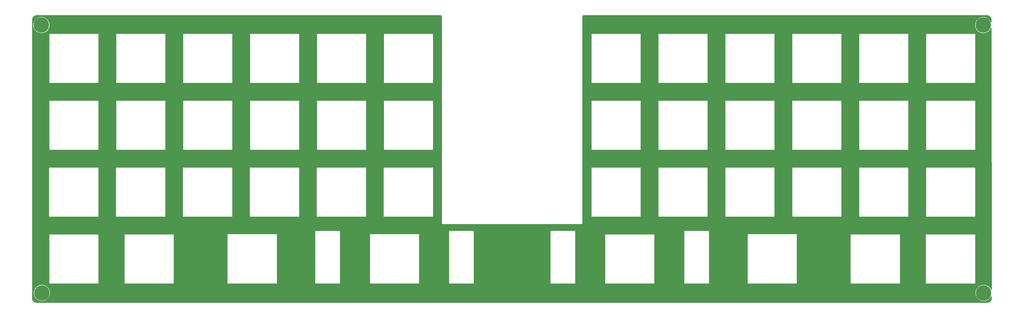
<source format=gbr>
%TF.GenerationSoftware,KiCad,Pcbnew,(6.0.7)*%
%TF.CreationDate,2023-01-10T10:00:48+01:00*%
%TF.ProjectId,skoosk switchplate 4 screwholes,736b6f6f-736b-4207-9377-69746368706c,rev?*%
%TF.SameCoordinates,Original*%
%TF.FileFunction,Copper,L1,Top*%
%TF.FilePolarity,Positive*%
%FSLAX46Y46*%
G04 Gerber Fmt 4.6, Leading zero omitted, Abs format (unit mm)*
G04 Created by KiCad (PCBNEW (6.0.7)) date 2023-01-10 10:00:48*
%MOMM*%
%LPD*%
G01*
G04 APERTURE LIST*
%TA.AperFunction,ComponentPad*%
%ADD10C,4.400000*%
%TD*%
G04 APERTURE END LIST*
D10*
%TO.P,H4,1,1*%
%TO.N,N/C*%
X273186700Y-11950000D03*
%TD*%
%TO.P,H1,1,1*%
%TO.N,N/C*%
X5207000Y-88265000D03*
%TD*%
%TO.P,H4,1,1*%
%TO.N,N/C*%
X273313700Y-88277000D03*
%TD*%
%TO.P,H1,1,1*%
%TO.N,N/C*%
X5080000Y-11938000D03*
%TD*%
%TA.AperFunction,NonConductor*%
G36*
X46373430Y-9156395D02*
G01*
X118672350Y-9160408D01*
X118688790Y-9161486D01*
X118716665Y-9165156D01*
X118719907Y-9165626D01*
X118770521Y-9173636D01*
X118799039Y-9181677D01*
X118828955Y-9194070D01*
X118837925Y-9198206D01*
X118874002Y-9216590D01*
X118893502Y-9228894D01*
X118920438Y-9249564D01*
X118932828Y-9260430D01*
X118960581Y-9288184D01*
X118971448Y-9300576D01*
X118992118Y-9327515D01*
X119004422Y-9347017D01*
X119022798Y-9383084D01*
X119026940Y-9392068D01*
X119039336Y-9421996D01*
X119047375Y-9450505D01*
X119055310Y-9500615D01*
X119055783Y-9503876D01*
X119059534Y-9532369D01*
X119060612Y-9548815D01*
X119060612Y-68297927D01*
X119056834Y-68297927D01*
X119056869Y-68298179D01*
X119057279Y-68298125D01*
X119070414Y-68397851D01*
X119108913Y-68490779D01*
X119170150Y-68570576D01*
X119249954Y-68631806D01*
X119342885Y-68670295D01*
X119351069Y-68671372D01*
X119351072Y-68671373D01*
X119442612Y-68683421D01*
X119442565Y-68683777D01*
X119442810Y-68683810D01*
X119442810Y-68680125D01*
X158685414Y-68680125D01*
X158685414Y-68683855D01*
X158685666Y-68683820D01*
X158685612Y-68683408D01*
X158777146Y-68671355D01*
X158777147Y-68671355D01*
X158785331Y-68670277D01*
X158878254Y-68631787D01*
X158958049Y-68570559D01*
X159019280Y-68490765D01*
X159057774Y-68397843D01*
X159070908Y-68298125D01*
X159071232Y-68298168D01*
X159071264Y-68297923D01*
X159067612Y-68297926D01*
X159066209Y-66551005D01*
X161670470Y-66551005D01*
X161670552Y-66551203D01*
X161670787Y-66551770D01*
X161671552Y-66552087D01*
X161671750Y-66552005D01*
X175671354Y-66552005D01*
X175671552Y-66552087D01*
X175672317Y-66551770D01*
X175672552Y-66551203D01*
X175672634Y-66551005D01*
X180720470Y-66551005D01*
X180720552Y-66551203D01*
X180720787Y-66551770D01*
X180721552Y-66552087D01*
X180721750Y-66552005D01*
X194721354Y-66552005D01*
X194721552Y-66552087D01*
X194722317Y-66551770D01*
X194722552Y-66551203D01*
X194722634Y-66551005D01*
X199770470Y-66551005D01*
X199770552Y-66551203D01*
X199770787Y-66551770D01*
X199771552Y-66552087D01*
X199771750Y-66552005D01*
X213771354Y-66552005D01*
X213771552Y-66552087D01*
X213772317Y-66551770D01*
X213772552Y-66551203D01*
X213772634Y-66551005D01*
X218820470Y-66551005D01*
X218820552Y-66551203D01*
X218820787Y-66551770D01*
X218821552Y-66552087D01*
X218821750Y-66552005D01*
X232821354Y-66552005D01*
X232821552Y-66552087D01*
X232822317Y-66551770D01*
X232822552Y-66551203D01*
X232822634Y-66551005D01*
X237870470Y-66551005D01*
X237870552Y-66551203D01*
X237870787Y-66551770D01*
X237871552Y-66552087D01*
X237871750Y-66552005D01*
X251871354Y-66552005D01*
X251871552Y-66552087D01*
X251872317Y-66551770D01*
X251872552Y-66551203D01*
X251872634Y-66551005D01*
X256920470Y-66551005D01*
X256920552Y-66551203D01*
X256920787Y-66551770D01*
X256921552Y-66552087D01*
X256921750Y-66552005D01*
X270921354Y-66552005D01*
X270921552Y-66552087D01*
X270922317Y-66551770D01*
X270922552Y-66551203D01*
X270922634Y-66551005D01*
X270922552Y-66550807D01*
X270922552Y-52551203D01*
X270922634Y-52551005D01*
X270922317Y-52550240D01*
X270921750Y-52550005D01*
X270921552Y-52549923D01*
X270921354Y-52550005D01*
X256921750Y-52550005D01*
X256921552Y-52549923D01*
X256921354Y-52550005D01*
X256920787Y-52550240D01*
X256920470Y-52551005D01*
X256920552Y-52551203D01*
X256920552Y-66550807D01*
X256920470Y-66551005D01*
X251872634Y-66551005D01*
X251872552Y-66550807D01*
X251872552Y-52551203D01*
X251872634Y-52551005D01*
X251872317Y-52550240D01*
X251871750Y-52550005D01*
X251871552Y-52549923D01*
X251871354Y-52550005D01*
X237871750Y-52550005D01*
X237871552Y-52549923D01*
X237871354Y-52550005D01*
X237870787Y-52550240D01*
X237870470Y-52551005D01*
X237870552Y-52551203D01*
X237870552Y-66550807D01*
X237870470Y-66551005D01*
X232822634Y-66551005D01*
X232822552Y-66550807D01*
X232822552Y-52551203D01*
X232822634Y-52551005D01*
X232822317Y-52550240D01*
X232821750Y-52550005D01*
X232821552Y-52549923D01*
X232821354Y-52550005D01*
X218821750Y-52550005D01*
X218821552Y-52549923D01*
X218821354Y-52550005D01*
X218820787Y-52550240D01*
X218820470Y-52551005D01*
X218820552Y-52551203D01*
X218820552Y-66550807D01*
X218820470Y-66551005D01*
X213772634Y-66551005D01*
X213772552Y-66550807D01*
X213772552Y-52551203D01*
X213772634Y-52551005D01*
X213772317Y-52550240D01*
X213771750Y-52550005D01*
X213771552Y-52549923D01*
X213771354Y-52550005D01*
X199771750Y-52550005D01*
X199771552Y-52549923D01*
X199771354Y-52550005D01*
X199770787Y-52550240D01*
X199770470Y-52551005D01*
X199770552Y-52551203D01*
X199770552Y-66550807D01*
X199770470Y-66551005D01*
X194722634Y-66551005D01*
X194722552Y-66550807D01*
X194722552Y-52551203D01*
X194722634Y-52551005D01*
X194722317Y-52550240D01*
X194721750Y-52550005D01*
X194721552Y-52549923D01*
X194721354Y-52550005D01*
X180721750Y-52550005D01*
X180721552Y-52549923D01*
X180721354Y-52550005D01*
X180720787Y-52550240D01*
X180720470Y-52551005D01*
X180720552Y-52551203D01*
X180720552Y-66550807D01*
X180720470Y-66551005D01*
X175672634Y-66551005D01*
X175672552Y-66550807D01*
X175672552Y-52551203D01*
X175672634Y-52551005D01*
X175672317Y-52550240D01*
X175671750Y-52550005D01*
X175671552Y-52549923D01*
X175671354Y-52550005D01*
X161671750Y-52550005D01*
X161671552Y-52549923D01*
X161671354Y-52550005D01*
X161670787Y-52550240D01*
X161670470Y-52551005D01*
X161670552Y-52551203D01*
X161670552Y-66550807D01*
X161670470Y-66551005D01*
X159066209Y-66551005D01*
X159050904Y-47500069D01*
X161670123Y-47500069D01*
X161670205Y-47500267D01*
X161670440Y-47500834D01*
X161671205Y-47501151D01*
X161671403Y-47501069D01*
X175671007Y-47501069D01*
X175671205Y-47501151D01*
X175671970Y-47500834D01*
X175672205Y-47500267D01*
X175672287Y-47500069D01*
X180720123Y-47500069D01*
X180720205Y-47500267D01*
X180720440Y-47500834D01*
X180721205Y-47501151D01*
X180721403Y-47501069D01*
X194721007Y-47501069D01*
X194721205Y-47501151D01*
X194721970Y-47500834D01*
X194722205Y-47500267D01*
X194722287Y-47500069D01*
X199770123Y-47500069D01*
X199770205Y-47500267D01*
X199770440Y-47500834D01*
X199771205Y-47501151D01*
X199771403Y-47501069D01*
X213771007Y-47501069D01*
X213771205Y-47501151D01*
X213771970Y-47500834D01*
X213772205Y-47500267D01*
X213772287Y-47500069D01*
X218820123Y-47500069D01*
X218820205Y-47500267D01*
X218820440Y-47500834D01*
X218821205Y-47501151D01*
X218821403Y-47501069D01*
X232821007Y-47501069D01*
X232821205Y-47501151D01*
X232821970Y-47500834D01*
X232822205Y-47500267D01*
X232822287Y-47500069D01*
X237870123Y-47500069D01*
X237870205Y-47500267D01*
X237870440Y-47500834D01*
X237871205Y-47501151D01*
X237871403Y-47501069D01*
X251871007Y-47501069D01*
X251871205Y-47501151D01*
X251871970Y-47500834D01*
X251872205Y-47500267D01*
X251872287Y-47500069D01*
X256920123Y-47500069D01*
X256920205Y-47500267D01*
X256920440Y-47500834D01*
X256921205Y-47501151D01*
X256921403Y-47501069D01*
X270921007Y-47501069D01*
X270921205Y-47501151D01*
X270921970Y-47500834D01*
X270922205Y-47500267D01*
X270922287Y-47500069D01*
X270922205Y-47499871D01*
X270922205Y-33500267D01*
X270922287Y-33500069D01*
X270921970Y-33499304D01*
X270921403Y-33499069D01*
X270921205Y-33498987D01*
X270921007Y-33499069D01*
X256921403Y-33499069D01*
X256921205Y-33498987D01*
X256921007Y-33499069D01*
X256920440Y-33499304D01*
X256920123Y-33500069D01*
X256920205Y-33500267D01*
X256920205Y-47499871D01*
X256920123Y-47500069D01*
X251872287Y-47500069D01*
X251872205Y-47499871D01*
X251872205Y-33500267D01*
X251872287Y-33500069D01*
X251871970Y-33499304D01*
X251871403Y-33499069D01*
X251871205Y-33498987D01*
X251871007Y-33499069D01*
X237871403Y-33499069D01*
X237871205Y-33498987D01*
X237871007Y-33499069D01*
X237870440Y-33499304D01*
X237870123Y-33500069D01*
X237870205Y-33500267D01*
X237870205Y-47499871D01*
X237870123Y-47500069D01*
X232822287Y-47500069D01*
X232822205Y-47499871D01*
X232822205Y-33500267D01*
X232822287Y-33500069D01*
X232821970Y-33499304D01*
X232821403Y-33499069D01*
X232821205Y-33498987D01*
X232821007Y-33499069D01*
X218821403Y-33499069D01*
X218821205Y-33498987D01*
X218821007Y-33499069D01*
X218820440Y-33499304D01*
X218820123Y-33500069D01*
X218820205Y-33500267D01*
X218820205Y-47499871D01*
X218820123Y-47500069D01*
X213772287Y-47500069D01*
X213772205Y-47499871D01*
X213772205Y-33500267D01*
X213772287Y-33500069D01*
X213771970Y-33499304D01*
X213771403Y-33499069D01*
X213771205Y-33498987D01*
X213771007Y-33499069D01*
X199771403Y-33499069D01*
X199771205Y-33498987D01*
X199771007Y-33499069D01*
X199770440Y-33499304D01*
X199770123Y-33500069D01*
X199770205Y-33500267D01*
X199770205Y-47499871D01*
X199770123Y-47500069D01*
X194722287Y-47500069D01*
X194722205Y-47499871D01*
X194722205Y-33500267D01*
X194722287Y-33500069D01*
X194721970Y-33499304D01*
X194721403Y-33499069D01*
X194721205Y-33498987D01*
X194721007Y-33499069D01*
X180721403Y-33499069D01*
X180721205Y-33498987D01*
X180721007Y-33499069D01*
X180720440Y-33499304D01*
X180720123Y-33500069D01*
X180720205Y-33500267D01*
X180720205Y-47499871D01*
X180720123Y-47500069D01*
X175672287Y-47500069D01*
X175672205Y-47499871D01*
X175672205Y-33500267D01*
X175672287Y-33500069D01*
X175671970Y-33499304D01*
X175671403Y-33499069D01*
X175671205Y-33498987D01*
X175671007Y-33499069D01*
X161671403Y-33499069D01*
X161671205Y-33498987D01*
X161671007Y-33499069D01*
X161670440Y-33499304D01*
X161670123Y-33500069D01*
X161670205Y-33500267D01*
X161670205Y-47499871D01*
X161670123Y-47500069D01*
X159050904Y-47500069D01*
X159035599Y-28448548D01*
X161673867Y-28448548D01*
X161673949Y-28448746D01*
X161674184Y-28449313D01*
X161674949Y-28449630D01*
X161675147Y-28449548D01*
X175674751Y-28449548D01*
X175674949Y-28449630D01*
X175675714Y-28449313D01*
X175675949Y-28448746D01*
X175676031Y-28448548D01*
X180723867Y-28448548D01*
X180723949Y-28448746D01*
X180724184Y-28449313D01*
X180724949Y-28449630D01*
X180725147Y-28449548D01*
X194724751Y-28449548D01*
X194724949Y-28449630D01*
X194725714Y-28449313D01*
X194725949Y-28448746D01*
X194726031Y-28448548D01*
X199773867Y-28448548D01*
X199773949Y-28448746D01*
X199774184Y-28449313D01*
X199774949Y-28449630D01*
X199775147Y-28449548D01*
X213774751Y-28449548D01*
X213774949Y-28449630D01*
X213775714Y-28449313D01*
X213775949Y-28448746D01*
X213776031Y-28448548D01*
X218823867Y-28448548D01*
X218823949Y-28448746D01*
X218824184Y-28449313D01*
X218824949Y-28449630D01*
X218825147Y-28449548D01*
X232824751Y-28449548D01*
X232824949Y-28449630D01*
X232825714Y-28449313D01*
X232825949Y-28448746D01*
X232826031Y-28448548D01*
X237873867Y-28448548D01*
X237873949Y-28448746D01*
X237874184Y-28449313D01*
X237874949Y-28449630D01*
X237875147Y-28449548D01*
X251874751Y-28449548D01*
X251874949Y-28449630D01*
X251875714Y-28449313D01*
X251875949Y-28448746D01*
X251876031Y-28448548D01*
X256923867Y-28448548D01*
X256923949Y-28448746D01*
X256924184Y-28449313D01*
X256924949Y-28449630D01*
X256925147Y-28449548D01*
X270924751Y-28449548D01*
X270924949Y-28449630D01*
X270925714Y-28449313D01*
X270925949Y-28448746D01*
X270926031Y-28448548D01*
X270925949Y-28448350D01*
X270925949Y-14448746D01*
X270926031Y-14448548D01*
X270925714Y-14447783D01*
X270925147Y-14447548D01*
X270924949Y-14447466D01*
X270924751Y-14447548D01*
X256925147Y-14447548D01*
X256924949Y-14447466D01*
X256924751Y-14447548D01*
X256924184Y-14447783D01*
X256923867Y-14448548D01*
X256923949Y-14448746D01*
X256923949Y-28448350D01*
X256923867Y-28448548D01*
X251876031Y-28448548D01*
X251875949Y-28448350D01*
X251875949Y-14448746D01*
X251876031Y-14448548D01*
X251875714Y-14447783D01*
X251875147Y-14447548D01*
X251874949Y-14447466D01*
X251874751Y-14447548D01*
X237875147Y-14447548D01*
X237874949Y-14447466D01*
X237874751Y-14447548D01*
X237874184Y-14447783D01*
X237873867Y-14448548D01*
X237873949Y-14448746D01*
X237873949Y-28448350D01*
X237873867Y-28448548D01*
X232826031Y-28448548D01*
X232825949Y-28448350D01*
X232825949Y-14448746D01*
X232826031Y-14448548D01*
X232825714Y-14447783D01*
X232825147Y-14447548D01*
X232824949Y-14447466D01*
X232824751Y-14447548D01*
X218825147Y-14447548D01*
X218824949Y-14447466D01*
X218824751Y-14447548D01*
X218824184Y-14447783D01*
X218823867Y-14448548D01*
X218823949Y-14448746D01*
X218823949Y-28448350D01*
X218823867Y-28448548D01*
X213776031Y-28448548D01*
X213775949Y-28448350D01*
X213775949Y-14448746D01*
X213776031Y-14448548D01*
X213775714Y-14447783D01*
X213775147Y-14447548D01*
X213774949Y-14447466D01*
X213774751Y-14447548D01*
X199775147Y-14447548D01*
X199774949Y-14447466D01*
X199774751Y-14447548D01*
X199774184Y-14447783D01*
X199773867Y-14448548D01*
X199773949Y-14448746D01*
X199773949Y-28448350D01*
X199773867Y-28448548D01*
X194726031Y-28448548D01*
X194725949Y-28448350D01*
X194725949Y-14448746D01*
X194726031Y-14448548D01*
X194725714Y-14447783D01*
X194725147Y-14447548D01*
X194724949Y-14447466D01*
X194724751Y-14447548D01*
X180725147Y-14447548D01*
X180724949Y-14447466D01*
X180724751Y-14447548D01*
X180724184Y-14447783D01*
X180723867Y-14448548D01*
X180723949Y-14448746D01*
X180723949Y-28448350D01*
X180723867Y-28448548D01*
X175676031Y-28448548D01*
X175675949Y-28448350D01*
X175675949Y-14448746D01*
X175676031Y-14448548D01*
X175675714Y-14447783D01*
X175675147Y-14447548D01*
X175674949Y-14447466D01*
X175674751Y-14447548D01*
X161675147Y-14447548D01*
X161674949Y-14447466D01*
X161674751Y-14447548D01*
X161674184Y-14447783D01*
X161673867Y-14448548D01*
X161673949Y-14448746D01*
X161673949Y-28448350D01*
X161673867Y-28448548D01*
X159035599Y-28448548D01*
X159020415Y-9548715D01*
X159021492Y-9532175D01*
X159022895Y-9521514D01*
X159025126Y-9504572D01*
X159025578Y-9501447D01*
X159033660Y-9450417D01*
X159041699Y-9421912D01*
X159053960Y-9392310D01*
X159058103Y-9383324D01*
X159076652Y-9346919D01*
X159088955Y-9327419D01*
X159104657Y-9306955D01*
X159109465Y-9300688D01*
X159120333Y-9288297D01*
X159148297Y-9260333D01*
X159160690Y-9249464D01*
X159187419Y-9228955D01*
X159206919Y-9216652D01*
X159243324Y-9198103D01*
X159252310Y-9193960D01*
X159281912Y-9181699D01*
X159310417Y-9173660D01*
X159314357Y-9173036D01*
X159361447Y-9165578D01*
X159364572Y-9165126D01*
X159392229Y-9161485D01*
X159408660Y-9160408D01*
X231664700Y-9156405D01*
X274305998Y-9154043D01*
X274315872Y-9154431D01*
X274348464Y-9156994D01*
X274423333Y-9162884D01*
X274424435Y-9162976D01*
X274484742Y-9168253D01*
X274505110Y-9170036D01*
X274523529Y-9173035D01*
X274610699Y-9193960D01*
X274623134Y-9196945D01*
X274626330Y-9197756D01*
X274710043Y-9220184D01*
X274725651Y-9225482D01*
X274819385Y-9264305D01*
X274824416Y-9266519D01*
X274903752Y-9303511D01*
X274916333Y-9310270D01*
X275002544Y-9363098D01*
X275008969Y-9367311D01*
X275080898Y-9417675D01*
X275090458Y-9425077D01*
X275167228Y-9490643D01*
X275174494Y-9497360D01*
X275236625Y-9559491D01*
X275243341Y-9566755D01*
X275308922Y-9643540D01*
X275316324Y-9653101D01*
X275366668Y-9725000D01*
X275370888Y-9731436D01*
X275423727Y-9817662D01*
X275430490Y-9830249D01*
X275467468Y-9909554D01*
X275469681Y-9914583D01*
X275508514Y-10008334D01*
X275513812Y-10023944D01*
X275536239Y-10107651D01*
X275537033Y-10110774D01*
X275560958Y-10210438D01*
X275563959Y-10228869D01*
X275571094Y-10310442D01*
X275571185Y-10311538D01*
X275579557Y-10417947D01*
X275579945Y-10427748D01*
X275580309Y-11052050D01*
X275580326Y-11081283D01*
X275560364Y-11149415D01*
X275506735Y-11195939D01*
X275436467Y-11206084D01*
X275371869Y-11176629D01*
X275335013Y-11121858D01*
X275332167Y-11113473D01*
X275316645Y-11067748D01*
X275183266Y-10797282D01*
X275015725Y-10546539D01*
X275013011Y-10543445D01*
X275013007Y-10543439D01*
X274819598Y-10322900D01*
X274816889Y-10319811D01*
X274813800Y-10317102D01*
X274593261Y-10123693D01*
X274593255Y-10123689D01*
X274590161Y-10120975D01*
X274586735Y-10118686D01*
X274586730Y-10118682D01*
X274342851Y-9955728D01*
X274339418Y-9953434D01*
X274335719Y-9951610D01*
X274335714Y-9951607D01*
X274196866Y-9883135D01*
X274068952Y-9820055D01*
X274062218Y-9817769D01*
X273787304Y-9724448D01*
X273787300Y-9724447D01*
X273783391Y-9723120D01*
X273779347Y-9722316D01*
X273779341Y-9722314D01*
X273491659Y-9665090D01*
X273491653Y-9665089D01*
X273487620Y-9664287D01*
X273483515Y-9664018D01*
X273483508Y-9664017D01*
X273190819Y-9644834D01*
X273186700Y-9644564D01*
X273182581Y-9644834D01*
X272889892Y-9664017D01*
X272889885Y-9664018D01*
X272885780Y-9664287D01*
X272881747Y-9665089D01*
X272881741Y-9665090D01*
X272594059Y-9722314D01*
X272594053Y-9722316D01*
X272590009Y-9723120D01*
X272586100Y-9724447D01*
X272586096Y-9724448D01*
X272311182Y-9817769D01*
X272304448Y-9820055D01*
X272176534Y-9883135D01*
X272037686Y-9951607D01*
X272037681Y-9951610D01*
X272033982Y-9953434D01*
X272030549Y-9955728D01*
X271786670Y-10118682D01*
X271786665Y-10118686D01*
X271783239Y-10120975D01*
X271780145Y-10123689D01*
X271780139Y-10123693D01*
X271559600Y-10317102D01*
X271556511Y-10319811D01*
X271553802Y-10322900D01*
X271360393Y-10543439D01*
X271360389Y-10543445D01*
X271357675Y-10546539D01*
X271190134Y-10797282D01*
X271056755Y-11067748D01*
X271055429Y-11071653D01*
X271055429Y-11071654D01*
X270962519Y-11345359D01*
X270959820Y-11353309D01*
X270900987Y-11649080D01*
X270881264Y-11950000D01*
X270900987Y-12250920D01*
X270959820Y-12546691D01*
X270961147Y-12550600D01*
X270961148Y-12550604D01*
X271053937Y-12823950D01*
X271056755Y-12832252D01*
X271058579Y-12835950D01*
X271182390Y-13087014D01*
X271190134Y-13102718D01*
X271192428Y-13106151D01*
X271349657Y-13341461D01*
X271357675Y-13353461D01*
X271360389Y-13356555D01*
X271360393Y-13356561D01*
X271543278Y-13565100D01*
X271556511Y-13580189D01*
X271559600Y-13582898D01*
X271780139Y-13776307D01*
X271780145Y-13776311D01*
X271783239Y-13779025D01*
X271786665Y-13781314D01*
X271786670Y-13781318D01*
X271974233Y-13906643D01*
X272033982Y-13946566D01*
X272037681Y-13948390D01*
X272037686Y-13948393D01*
X272176534Y-14016865D01*
X272304448Y-14079945D01*
X272308353Y-14081271D01*
X272308354Y-14081271D01*
X272586096Y-14175552D01*
X272586100Y-14175553D01*
X272590009Y-14176880D01*
X272594053Y-14177684D01*
X272594059Y-14177686D01*
X272881741Y-14234910D01*
X272881747Y-14234911D01*
X272885780Y-14235713D01*
X272889885Y-14235982D01*
X272889892Y-14235983D01*
X273182581Y-14255166D01*
X273186700Y-14255436D01*
X273190819Y-14255166D01*
X273483508Y-14235983D01*
X273483515Y-14235982D01*
X273487620Y-14235713D01*
X273491653Y-14234911D01*
X273491659Y-14234910D01*
X273779341Y-14177686D01*
X273779347Y-14177684D01*
X273783391Y-14176880D01*
X273787300Y-14175553D01*
X273787304Y-14175552D01*
X274065046Y-14081271D01*
X274065047Y-14081271D01*
X274068952Y-14079945D01*
X274196866Y-14016865D01*
X274335714Y-13948393D01*
X274335719Y-13948390D01*
X274339418Y-13946566D01*
X274399167Y-13906643D01*
X274586730Y-13781318D01*
X274586735Y-13781314D01*
X274590161Y-13779025D01*
X274593255Y-13776311D01*
X274593261Y-13776307D01*
X274813800Y-13582898D01*
X274816889Y-13580189D01*
X274830122Y-13565100D01*
X275013007Y-13356561D01*
X275013011Y-13356555D01*
X275015725Y-13353461D01*
X275023744Y-13341461D01*
X275180972Y-13106151D01*
X275183266Y-13102718D01*
X275191011Y-13087014D01*
X275314821Y-12835950D01*
X275316645Y-12832252D01*
X275336024Y-12775163D01*
X275376861Y-12717087D01*
X275442614Y-12690309D01*
X275512407Y-12703330D01*
X275564080Y-12752017D01*
X275581337Y-12815592D01*
X275582290Y-14449419D01*
X275624720Y-87221475D01*
X275604758Y-87289607D01*
X275551129Y-87336131D01*
X275480861Y-87346276D01*
X275416263Y-87316821D01*
X275385714Y-87277276D01*
X275312093Y-87127986D01*
X275312090Y-87127981D01*
X275310266Y-87124282D01*
X275142725Y-86873539D01*
X275140011Y-86870445D01*
X275140007Y-86870439D01*
X274946598Y-86649900D01*
X274943889Y-86646811D01*
X274927117Y-86632102D01*
X274720261Y-86450693D01*
X274720255Y-86450689D01*
X274717161Y-86447975D01*
X274713735Y-86445686D01*
X274713730Y-86445682D01*
X274469851Y-86282728D01*
X274466418Y-86280434D01*
X274462719Y-86278610D01*
X274462714Y-86278607D01*
X274323866Y-86210135D01*
X274195952Y-86147055D01*
X274165975Y-86136879D01*
X273914304Y-86051448D01*
X273914300Y-86051447D01*
X273910391Y-86050120D01*
X273906347Y-86049316D01*
X273906341Y-86049314D01*
X273618659Y-85992090D01*
X273618653Y-85992089D01*
X273614620Y-85991287D01*
X273610515Y-85991018D01*
X273610508Y-85991017D01*
X273317819Y-85971834D01*
X273313700Y-85971564D01*
X273309581Y-85971834D01*
X273016892Y-85991017D01*
X273016885Y-85991018D01*
X273012780Y-85991287D01*
X273008747Y-85992089D01*
X273008741Y-85992090D01*
X272721059Y-86049314D01*
X272721053Y-86049316D01*
X272717009Y-86050120D01*
X272713100Y-86051447D01*
X272713096Y-86051448D01*
X272461425Y-86136879D01*
X272431448Y-86147055D01*
X272303534Y-86210135D01*
X272164686Y-86278607D01*
X272164681Y-86278610D01*
X272160982Y-86280434D01*
X272157549Y-86282728D01*
X271913670Y-86445682D01*
X271913665Y-86445686D01*
X271910239Y-86447975D01*
X271907145Y-86450689D01*
X271907139Y-86450693D01*
X271700283Y-86632102D01*
X271683511Y-86646811D01*
X271680802Y-86649900D01*
X271487393Y-86870439D01*
X271487389Y-86870445D01*
X271484675Y-86873539D01*
X271317134Y-87124282D01*
X271183755Y-87394748D01*
X271182429Y-87398653D01*
X271182429Y-87398654D01*
X271089519Y-87672359D01*
X271086820Y-87680309D01*
X271027987Y-87976080D01*
X271008264Y-88277000D01*
X271027987Y-88577920D01*
X271086820Y-88873691D01*
X271088147Y-88877600D01*
X271088148Y-88877604D01*
X271180937Y-89150950D01*
X271183755Y-89159252D01*
X271185579Y-89162950D01*
X271309390Y-89414014D01*
X271317134Y-89429718D01*
X271319428Y-89433151D01*
X271476657Y-89668461D01*
X271484675Y-89680461D01*
X271487389Y-89683555D01*
X271487393Y-89683561D01*
X271670212Y-89892025D01*
X271683511Y-89907189D01*
X271686600Y-89909898D01*
X271907139Y-90103307D01*
X271907145Y-90103311D01*
X271910239Y-90106025D01*
X271913665Y-90108314D01*
X271913670Y-90108318D01*
X272009184Y-90172138D01*
X272160982Y-90273566D01*
X272164681Y-90275390D01*
X272164686Y-90275393D01*
X272303534Y-90343865D01*
X272431448Y-90406945D01*
X272435353Y-90408271D01*
X272435354Y-90408271D01*
X272713096Y-90502552D01*
X272713100Y-90502553D01*
X272717009Y-90503880D01*
X272721053Y-90504684D01*
X272721059Y-90504686D01*
X273008741Y-90561910D01*
X273008747Y-90561911D01*
X273012780Y-90562713D01*
X273016885Y-90562982D01*
X273016892Y-90562983D01*
X273309581Y-90582166D01*
X273313700Y-90582436D01*
X273317819Y-90582166D01*
X273610508Y-90562983D01*
X273610515Y-90562982D01*
X273614620Y-90562713D01*
X273618653Y-90561911D01*
X273618659Y-90561910D01*
X273906341Y-90504686D01*
X273906347Y-90504684D01*
X273910391Y-90503880D01*
X273914300Y-90502553D01*
X273914304Y-90502552D01*
X274192046Y-90408271D01*
X274192047Y-90408271D01*
X274195952Y-90406945D01*
X274323866Y-90343865D01*
X274462714Y-90275393D01*
X274462719Y-90275390D01*
X274466418Y-90273566D01*
X274618216Y-90172138D01*
X274713730Y-90108318D01*
X274713735Y-90108314D01*
X274717161Y-90106025D01*
X274720255Y-90103311D01*
X274720261Y-90103307D01*
X274940800Y-89909898D01*
X274943889Y-89907189D01*
X274957188Y-89892025D01*
X275140007Y-89683561D01*
X275140011Y-89683555D01*
X275142725Y-89680461D01*
X275150744Y-89668461D01*
X275307972Y-89433151D01*
X275310266Y-89429718D01*
X275386944Y-89274230D01*
X275435013Y-89221982D01*
X275503698Y-89204015D01*
X275571194Y-89226034D01*
X275616070Y-89281049D01*
X275625950Y-89329886D01*
X275626209Y-89775001D01*
X275625821Y-89784958D01*
X275617396Y-89892025D01*
X275617311Y-89893045D01*
X275610219Y-89974036D01*
X275610205Y-89974192D01*
X275607204Y-89992612D01*
X275583341Y-90092011D01*
X275582529Y-90095208D01*
X275560044Y-90179126D01*
X275554748Y-90194728D01*
X275523043Y-90271272D01*
X275515974Y-90288339D01*
X275513760Y-90293370D01*
X275476712Y-90372821D01*
X275469950Y-90385406D01*
X275417186Y-90471511D01*
X275412967Y-90477946D01*
X275362529Y-90549980D01*
X275355146Y-90559517D01*
X275289640Y-90636216D01*
X275282925Y-90643480D01*
X275220700Y-90705706D01*
X275213435Y-90712422D01*
X275136743Y-90777924D01*
X275127184Y-90785325D01*
X275055157Y-90835760D01*
X275048720Y-90839980D01*
X274962631Y-90892736D01*
X274950047Y-90899498D01*
X274870571Y-90936559D01*
X274865539Y-90938773D01*
X274771952Y-90977539D01*
X274756346Y-90982837D01*
X274672410Y-91005329D01*
X274669212Y-91006141D01*
X274569845Y-91029998D01*
X274551415Y-91033000D01*
X274469211Y-91040192D01*
X274468323Y-91040267D01*
X274383403Y-91046951D01*
X274362399Y-91048604D01*
X274352513Y-91048992D01*
X142765145Y-91048983D01*
X3696981Y-91048974D01*
X3687095Y-91048586D01*
X3578734Y-91040058D01*
X3577640Y-91039967D01*
X3536500Y-91036368D01*
X3497962Y-91032997D01*
X3479533Y-91029996D01*
X3410238Y-91013359D01*
X3379242Y-91005918D01*
X3376045Y-91005106D01*
X3293040Y-90982865D01*
X3277432Y-90977566D01*
X3183253Y-90938555D01*
X3178223Y-90936342D01*
X3099350Y-90899564D01*
X3086765Y-90892802D01*
X3059581Y-90876144D01*
X3000225Y-90839771D01*
X2993820Y-90835571D01*
X2922205Y-90785426D01*
X2912646Y-90778024D01*
X2835612Y-90712231D01*
X2828347Y-90705515D01*
X2766485Y-90643653D01*
X2759769Y-90636388D01*
X2693976Y-90559354D01*
X2686574Y-90549795D01*
X2653494Y-90502552D01*
X2636429Y-90478180D01*
X2632229Y-90471775D01*
X2584030Y-90393121D01*
X2579198Y-90385235D01*
X2572436Y-90372650D01*
X2535658Y-90293777D01*
X2533445Y-90288747D01*
X2494434Y-90194568D01*
X2489135Y-90178960D01*
X2466894Y-90095955D01*
X2466082Y-90092758D01*
X2442005Y-89992470D01*
X2439003Y-89974036D01*
X2432033Y-89894360D01*
X2431942Y-89893266D01*
X2423414Y-89784905D01*
X2423026Y-89775019D01*
X2423026Y-88265000D01*
X2901564Y-88265000D01*
X2921287Y-88565920D01*
X2980120Y-88861691D01*
X2981447Y-88865600D01*
X2981448Y-88865604D01*
X3075729Y-89143346D01*
X3077055Y-89147252D01*
X3210434Y-89417718D01*
X3377975Y-89668461D01*
X3380689Y-89671555D01*
X3380693Y-89671561D01*
X3574036Y-89892025D01*
X3576811Y-89895189D01*
X3579900Y-89897898D01*
X3800439Y-90091307D01*
X3800445Y-90091311D01*
X3803539Y-90094025D01*
X3806965Y-90096314D01*
X3806970Y-90096318D01*
X3954012Y-90194568D01*
X4054282Y-90261566D01*
X4057981Y-90263390D01*
X4057986Y-90263393D01*
X4118774Y-90293370D01*
X4324748Y-90394945D01*
X4328653Y-90396271D01*
X4328654Y-90396271D01*
X4606396Y-90490552D01*
X4606400Y-90490553D01*
X4610309Y-90491880D01*
X4614353Y-90492684D01*
X4614359Y-90492686D01*
X4902041Y-90549910D01*
X4902047Y-90549911D01*
X4906080Y-90550713D01*
X4910185Y-90550982D01*
X4910192Y-90550983D01*
X5202881Y-90570166D01*
X5207000Y-90570436D01*
X5211119Y-90570166D01*
X5503808Y-90550983D01*
X5503815Y-90550982D01*
X5507920Y-90550713D01*
X5511953Y-90549911D01*
X5511959Y-90549910D01*
X5799641Y-90492686D01*
X5799647Y-90492684D01*
X5803691Y-90491880D01*
X5807600Y-90490553D01*
X5807604Y-90490552D01*
X6085346Y-90396271D01*
X6085347Y-90396271D01*
X6089252Y-90394945D01*
X6295226Y-90293370D01*
X6356014Y-90263393D01*
X6356019Y-90263390D01*
X6359718Y-90261566D01*
X6459988Y-90194568D01*
X6607030Y-90096318D01*
X6607035Y-90096314D01*
X6610461Y-90094025D01*
X6613555Y-90091311D01*
X6613561Y-90091307D01*
X6834100Y-89897898D01*
X6837189Y-89895189D01*
X6839964Y-89892025D01*
X7033307Y-89671561D01*
X7033311Y-89671555D01*
X7036025Y-89668461D01*
X7203566Y-89417718D01*
X7336945Y-89147252D01*
X7338271Y-89143346D01*
X7432552Y-88865604D01*
X7432553Y-88865600D01*
X7433880Y-88861691D01*
X7492713Y-88565920D01*
X7512436Y-88265000D01*
X7492713Y-87964080D01*
X7433880Y-87668309D01*
X7341019Y-87394748D01*
X7338271Y-87386654D01*
X7338271Y-87386653D01*
X7336945Y-87382748D01*
X7257414Y-87221475D01*
X7205393Y-87115986D01*
X7205390Y-87115981D01*
X7203566Y-87112282D01*
X7046336Y-86876970D01*
X7038318Y-86864970D01*
X7038314Y-86864965D01*
X7036025Y-86861539D01*
X7033311Y-86858445D01*
X7033307Y-86858439D01*
X6839898Y-86637900D01*
X6837189Y-86634811D01*
X6627244Y-86450693D01*
X6613561Y-86438693D01*
X6613555Y-86438689D01*
X6610461Y-86435975D01*
X6607035Y-86433686D01*
X6607030Y-86433682D01*
X6363151Y-86270728D01*
X6359718Y-86268434D01*
X6356019Y-86266610D01*
X6356014Y-86266607D01*
X6117284Y-86148879D01*
X6089252Y-86135055D01*
X6085346Y-86133729D01*
X5807604Y-86039448D01*
X5807600Y-86039447D01*
X5803691Y-86038120D01*
X5799647Y-86037316D01*
X5799641Y-86037314D01*
X5511959Y-85980090D01*
X5511953Y-85980089D01*
X5507920Y-85979287D01*
X5503815Y-85979018D01*
X5503808Y-85979017D01*
X5211119Y-85959834D01*
X5207000Y-85959564D01*
X5202881Y-85959834D01*
X4910192Y-85979017D01*
X4910185Y-85979018D01*
X4906080Y-85979287D01*
X4902047Y-85980089D01*
X4902041Y-85980090D01*
X4614359Y-86037314D01*
X4614353Y-86037316D01*
X4610309Y-86038120D01*
X4606400Y-86039447D01*
X4606396Y-86039448D01*
X4328654Y-86133729D01*
X4324748Y-86135055D01*
X4296716Y-86148879D01*
X4057986Y-86266607D01*
X4057981Y-86266610D01*
X4054282Y-86268434D01*
X4050849Y-86270728D01*
X3806970Y-86433682D01*
X3806965Y-86433686D01*
X3803539Y-86435975D01*
X3800445Y-86438689D01*
X3800439Y-86438693D01*
X3786756Y-86450693D01*
X3576811Y-86634811D01*
X3574102Y-86637900D01*
X3380693Y-86858439D01*
X3380689Y-86858445D01*
X3377975Y-86861539D01*
X3375686Y-86864965D01*
X3375682Y-86864970D01*
X3367664Y-86876970D01*
X3210434Y-87112282D01*
X3208610Y-87115981D01*
X3208607Y-87115986D01*
X3156586Y-87221475D01*
X3077055Y-87382748D01*
X3075729Y-87386653D01*
X3075729Y-87386654D01*
X3072982Y-87394748D01*
X2980120Y-87668309D01*
X2921287Y-87964080D01*
X2901564Y-88265000D01*
X2423026Y-88265000D01*
X2423026Y-85613107D01*
X149991184Y-85613107D01*
X149991266Y-85613305D01*
X149991501Y-85613872D01*
X149992266Y-85614189D01*
X149992464Y-85614107D01*
X156992068Y-85614107D01*
X156992266Y-85614189D01*
X156993031Y-85613872D01*
X156993266Y-85613305D01*
X156993348Y-85613107D01*
X165541184Y-85613107D01*
X165541266Y-85613305D01*
X165541501Y-85613872D01*
X165542266Y-85614189D01*
X165542464Y-85614107D01*
X179542068Y-85614107D01*
X179542266Y-85614189D01*
X179543031Y-85613872D01*
X179543266Y-85613305D01*
X179543348Y-85613107D01*
X188091184Y-85613107D01*
X188091266Y-85613305D01*
X188091501Y-85613872D01*
X188092266Y-85614189D01*
X188092464Y-85614107D01*
X195092068Y-85614107D01*
X195092266Y-85614189D01*
X195093031Y-85613872D01*
X195093266Y-85613305D01*
X195093348Y-85613107D01*
X195093266Y-85612909D01*
X195093266Y-85600125D01*
X235458668Y-85600125D01*
X235458750Y-85600323D01*
X235458985Y-85600890D01*
X235459750Y-85601207D01*
X235459948Y-85601125D01*
X249459552Y-85601125D01*
X249459750Y-85601207D01*
X249460515Y-85600890D01*
X249460750Y-85600323D01*
X249460832Y-85600125D01*
X256889918Y-85600125D01*
X256890000Y-85600323D01*
X256890235Y-85600890D01*
X256891000Y-85601207D01*
X256891198Y-85601125D01*
X270890802Y-85601125D01*
X270891000Y-85601207D01*
X270891765Y-85600890D01*
X270892000Y-85600323D01*
X270892082Y-85600125D01*
X270892000Y-85599927D01*
X270892000Y-71600323D01*
X270892082Y-71600125D01*
X270891765Y-71599360D01*
X270891198Y-71599125D01*
X270891000Y-71599043D01*
X270890802Y-71599125D01*
X256891198Y-71599125D01*
X256891000Y-71599043D01*
X256890802Y-71599125D01*
X256890235Y-71599360D01*
X256889918Y-71600125D01*
X256890000Y-71600323D01*
X256890000Y-85599927D01*
X256889918Y-85600125D01*
X249460832Y-85600125D01*
X249460750Y-85599927D01*
X249460750Y-71600323D01*
X249460832Y-71600125D01*
X249460515Y-71599360D01*
X249459948Y-71599125D01*
X249459750Y-71599043D01*
X249459552Y-71599125D01*
X235459948Y-71599125D01*
X235459750Y-71599043D01*
X235459552Y-71599125D01*
X235458985Y-71599360D01*
X235458668Y-71600125D01*
X235458750Y-71600323D01*
X235458750Y-85599927D01*
X235458668Y-85600125D01*
X195093266Y-85600125D01*
X195093266Y-85570125D01*
X206104918Y-85570125D01*
X206105000Y-85570323D01*
X206105235Y-85570890D01*
X206106000Y-85571207D01*
X206106198Y-85571125D01*
X220105802Y-85571125D01*
X220106000Y-85571207D01*
X220106765Y-85570890D01*
X220107000Y-85570323D01*
X220107082Y-85570125D01*
X220107000Y-85569927D01*
X220107000Y-71570323D01*
X220107082Y-71570125D01*
X220106765Y-71569360D01*
X220106198Y-71569125D01*
X220106000Y-71569043D01*
X220105802Y-71569125D01*
X206106198Y-71569125D01*
X206106000Y-71569043D01*
X206105802Y-71569125D01*
X206105235Y-71569360D01*
X206104918Y-71570125D01*
X206105000Y-71570323D01*
X206105000Y-85569927D01*
X206104918Y-85570125D01*
X195093266Y-85570125D01*
X195093266Y-70613305D01*
X195093348Y-70613107D01*
X195093031Y-70612342D01*
X195092464Y-70612107D01*
X195092266Y-70612025D01*
X195092068Y-70612107D01*
X188092464Y-70612107D01*
X188092266Y-70612025D01*
X188092068Y-70612107D01*
X188091501Y-70612342D01*
X188091184Y-70613107D01*
X188091266Y-70613305D01*
X188091266Y-85612909D01*
X188091184Y-85613107D01*
X179543348Y-85613107D01*
X179543266Y-85612909D01*
X179543266Y-71613305D01*
X179543348Y-71613107D01*
X179543031Y-71612342D01*
X179542464Y-71612107D01*
X179542266Y-71612025D01*
X179542068Y-71612107D01*
X165542464Y-71612107D01*
X165542266Y-71612025D01*
X165542068Y-71612107D01*
X165541501Y-71612342D01*
X165541184Y-71613107D01*
X165541266Y-71613305D01*
X165541266Y-85612909D01*
X165541184Y-85613107D01*
X156993348Y-85613107D01*
X156993266Y-85612909D01*
X156993266Y-70613305D01*
X156993348Y-70613107D01*
X156993031Y-70612342D01*
X156992464Y-70612107D01*
X156992266Y-70612025D01*
X156992068Y-70612107D01*
X149992464Y-70612107D01*
X149992266Y-70612025D01*
X149992068Y-70612107D01*
X149991501Y-70612342D01*
X149991184Y-70613107D01*
X149991266Y-70613305D01*
X149991266Y-85612909D01*
X149991184Y-85613107D01*
X2423026Y-85613107D01*
X2423026Y-85600125D01*
X7300530Y-85600125D01*
X7300612Y-85600323D01*
X7300847Y-85600890D01*
X7301612Y-85601207D01*
X7301810Y-85601125D01*
X21301414Y-85601125D01*
X21301612Y-85601207D01*
X21302377Y-85600890D01*
X21302612Y-85600323D01*
X21302694Y-85600125D01*
X28731780Y-85600125D01*
X28731862Y-85600323D01*
X28732097Y-85600890D01*
X28732862Y-85601207D01*
X28733060Y-85601125D01*
X42732664Y-85601125D01*
X42732862Y-85601207D01*
X42733627Y-85600890D01*
X42733862Y-85600323D01*
X42733944Y-85600125D01*
X42733862Y-85599927D01*
X42733862Y-85570125D01*
X58070530Y-85570125D01*
X58070612Y-85570323D01*
X58070847Y-85570890D01*
X58071612Y-85571207D01*
X58071810Y-85571125D01*
X72071414Y-85571125D01*
X72071612Y-85571207D01*
X72072377Y-85570890D01*
X72072612Y-85570323D01*
X72072694Y-85570125D01*
X83033530Y-85570125D01*
X83033612Y-85570323D01*
X83033847Y-85570890D01*
X83034612Y-85571207D01*
X83034810Y-85571125D01*
X90034414Y-85571125D01*
X90034612Y-85571207D01*
X90035377Y-85570890D01*
X90035612Y-85570323D01*
X90035694Y-85570125D01*
X98583530Y-85570125D01*
X98583612Y-85570323D01*
X98583847Y-85570890D01*
X98584612Y-85571207D01*
X98584810Y-85571125D01*
X112584414Y-85571125D01*
X112584612Y-85571207D01*
X112585377Y-85570890D01*
X112585612Y-85570323D01*
X112585694Y-85570125D01*
X121133530Y-85570125D01*
X121133612Y-85570323D01*
X121133847Y-85570890D01*
X121134612Y-85571207D01*
X121134810Y-85571125D01*
X128134414Y-85571125D01*
X128134612Y-85571207D01*
X128135377Y-85570890D01*
X128135612Y-85570323D01*
X128135694Y-85570125D01*
X128135612Y-85569927D01*
X128135612Y-70570323D01*
X128135694Y-70570125D01*
X128135377Y-70569360D01*
X128134810Y-70569125D01*
X128134612Y-70569043D01*
X128134414Y-70569125D01*
X121134810Y-70569125D01*
X121134612Y-70569043D01*
X121134414Y-70569125D01*
X121133847Y-70569360D01*
X121133530Y-70570125D01*
X121133612Y-70570323D01*
X121133612Y-85569927D01*
X121133530Y-85570125D01*
X112585694Y-85570125D01*
X112585612Y-85569927D01*
X112585612Y-71570323D01*
X112585694Y-71570125D01*
X112585377Y-71569360D01*
X112584810Y-71569125D01*
X112584612Y-71569043D01*
X112584414Y-71569125D01*
X98584810Y-71569125D01*
X98584612Y-71569043D01*
X98584414Y-71569125D01*
X98583847Y-71569360D01*
X98583530Y-71570125D01*
X98583612Y-71570323D01*
X98583612Y-85569927D01*
X98583530Y-85570125D01*
X90035694Y-85570125D01*
X90035612Y-85569927D01*
X90035612Y-70570323D01*
X90035694Y-70570125D01*
X90035377Y-70569360D01*
X90034810Y-70569125D01*
X90034612Y-70569043D01*
X90034414Y-70569125D01*
X83034810Y-70569125D01*
X83034612Y-70569043D01*
X83034414Y-70569125D01*
X83033847Y-70569360D01*
X83033530Y-70570125D01*
X83033612Y-70570323D01*
X83033612Y-85569927D01*
X83033530Y-85570125D01*
X72072694Y-85570125D01*
X72072612Y-85569927D01*
X72072612Y-71570323D01*
X72072694Y-71570125D01*
X72072377Y-71569360D01*
X72071810Y-71569125D01*
X72071612Y-71569043D01*
X72071414Y-71569125D01*
X58071810Y-71569125D01*
X58071612Y-71569043D01*
X58071414Y-71569125D01*
X58070847Y-71569360D01*
X58070530Y-71570125D01*
X58070612Y-71570323D01*
X58070612Y-85569927D01*
X58070530Y-85570125D01*
X42733862Y-85570125D01*
X42733862Y-71600323D01*
X42733944Y-71600125D01*
X42733627Y-71599360D01*
X42733060Y-71599125D01*
X42732862Y-71599043D01*
X42732664Y-71599125D01*
X28733060Y-71599125D01*
X28732862Y-71599043D01*
X28732664Y-71599125D01*
X28732097Y-71599360D01*
X28731780Y-71600125D01*
X28731862Y-71600323D01*
X28731862Y-85599927D01*
X28731780Y-85600125D01*
X21302694Y-85600125D01*
X21302612Y-85599927D01*
X21302612Y-71600323D01*
X21302694Y-71600125D01*
X21302377Y-71599360D01*
X21301810Y-71599125D01*
X21301612Y-71599043D01*
X21301414Y-71599125D01*
X7301810Y-71599125D01*
X7301612Y-71599043D01*
X7301414Y-71599125D01*
X7300847Y-71599360D01*
X7300530Y-71600125D01*
X7300612Y-71600323D01*
X7300612Y-85599927D01*
X7300530Y-85600125D01*
X2423026Y-85600125D01*
X2423026Y-66548548D01*
X7291174Y-66548548D01*
X7291256Y-66548746D01*
X7291491Y-66549313D01*
X7292256Y-66549630D01*
X7292454Y-66549548D01*
X21292058Y-66549548D01*
X21292256Y-66549630D01*
X21293021Y-66549313D01*
X21293256Y-66548746D01*
X21293338Y-66548548D01*
X26341174Y-66548548D01*
X26341256Y-66548746D01*
X26341491Y-66549313D01*
X26342256Y-66549630D01*
X26342454Y-66549548D01*
X40342058Y-66549548D01*
X40342256Y-66549630D01*
X40343021Y-66549313D01*
X40343256Y-66548746D01*
X40343338Y-66548548D01*
X45391174Y-66548548D01*
X45391256Y-66548746D01*
X45391491Y-66549313D01*
X45392256Y-66549630D01*
X45392454Y-66549548D01*
X59392058Y-66549548D01*
X59392256Y-66549630D01*
X59393021Y-66549313D01*
X59393256Y-66548746D01*
X59393338Y-66548548D01*
X64441174Y-66548548D01*
X64441256Y-66548746D01*
X64441491Y-66549313D01*
X64442256Y-66549630D01*
X64442454Y-66549548D01*
X78442058Y-66549548D01*
X78442256Y-66549630D01*
X78443021Y-66549313D01*
X78443256Y-66548746D01*
X78443338Y-66548548D01*
X83491174Y-66548548D01*
X83491256Y-66548746D01*
X83491491Y-66549313D01*
X83492256Y-66549630D01*
X83492454Y-66549548D01*
X97492058Y-66549548D01*
X97492256Y-66549630D01*
X97493021Y-66549313D01*
X97493256Y-66548746D01*
X97493338Y-66548548D01*
X102541174Y-66548548D01*
X102541256Y-66548746D01*
X102541491Y-66549313D01*
X102542256Y-66549630D01*
X102542454Y-66549548D01*
X116542058Y-66549548D01*
X116542256Y-66549630D01*
X116543021Y-66549313D01*
X116543256Y-66548746D01*
X116543338Y-66548548D01*
X116543256Y-66548350D01*
X116543256Y-52548746D01*
X116543338Y-52548548D01*
X116543021Y-52547783D01*
X116542454Y-52547548D01*
X116542256Y-52547466D01*
X116542058Y-52547548D01*
X102542454Y-52547548D01*
X102542256Y-52547466D01*
X102542058Y-52547548D01*
X102541491Y-52547783D01*
X102541174Y-52548548D01*
X102541256Y-52548746D01*
X102541256Y-66548350D01*
X102541174Y-66548548D01*
X97493338Y-66548548D01*
X97493256Y-66548350D01*
X97493256Y-52548746D01*
X97493338Y-52548548D01*
X97493021Y-52547783D01*
X97492454Y-52547548D01*
X97492256Y-52547466D01*
X97492058Y-52547548D01*
X83492454Y-52547548D01*
X83492256Y-52547466D01*
X83492058Y-52547548D01*
X83491491Y-52547783D01*
X83491174Y-52548548D01*
X83491256Y-52548746D01*
X83491256Y-66548350D01*
X83491174Y-66548548D01*
X78443338Y-66548548D01*
X78443256Y-66548350D01*
X78443256Y-52548746D01*
X78443338Y-52548548D01*
X78443021Y-52547783D01*
X78442454Y-52547548D01*
X78442256Y-52547466D01*
X78442058Y-52547548D01*
X64442454Y-52547548D01*
X64442256Y-52547466D01*
X64442058Y-52547548D01*
X64441491Y-52547783D01*
X64441174Y-52548548D01*
X64441256Y-52548746D01*
X64441256Y-66548350D01*
X64441174Y-66548548D01*
X59393338Y-66548548D01*
X59393256Y-66548350D01*
X59393256Y-52548746D01*
X59393338Y-52548548D01*
X59393021Y-52547783D01*
X59392454Y-52547548D01*
X59392256Y-52547466D01*
X59392058Y-52547548D01*
X45392454Y-52547548D01*
X45392256Y-52547466D01*
X45392058Y-52547548D01*
X45391491Y-52547783D01*
X45391174Y-52548548D01*
X45391256Y-52548746D01*
X45391256Y-66548350D01*
X45391174Y-66548548D01*
X40343338Y-66548548D01*
X40343256Y-66548350D01*
X40343256Y-52548746D01*
X40343338Y-52548548D01*
X40343021Y-52547783D01*
X40342454Y-52547548D01*
X40342256Y-52547466D01*
X40342058Y-52547548D01*
X26342454Y-52547548D01*
X26342256Y-52547466D01*
X26342058Y-52547548D01*
X26341491Y-52547783D01*
X26341174Y-52548548D01*
X26341256Y-52548746D01*
X26341256Y-66548350D01*
X26341174Y-66548548D01*
X21293338Y-66548548D01*
X21293256Y-66548350D01*
X21293256Y-52548746D01*
X21293338Y-52548548D01*
X21293021Y-52547783D01*
X21292454Y-52547548D01*
X21292256Y-52547466D01*
X21292058Y-52547548D01*
X7292454Y-52547548D01*
X7292256Y-52547466D01*
X7292058Y-52547548D01*
X7291491Y-52547783D01*
X7291174Y-52548548D01*
X7291256Y-52548746D01*
X7291256Y-66548350D01*
X7291174Y-66548548D01*
X2423026Y-66548548D01*
X2423026Y-47494159D01*
X7301861Y-47494159D01*
X7301943Y-47494357D01*
X7302178Y-47494924D01*
X7302943Y-47495241D01*
X7303141Y-47495159D01*
X21302745Y-47495159D01*
X21302943Y-47495241D01*
X21303708Y-47494924D01*
X21303943Y-47494357D01*
X21304025Y-47494159D01*
X26351861Y-47494159D01*
X26351943Y-47494357D01*
X26352178Y-47494924D01*
X26352943Y-47495241D01*
X26353141Y-47495159D01*
X40352745Y-47495159D01*
X40352943Y-47495241D01*
X40353708Y-47494924D01*
X40353943Y-47494357D01*
X40354025Y-47494159D01*
X45401861Y-47494159D01*
X45401943Y-47494357D01*
X45402178Y-47494924D01*
X45402943Y-47495241D01*
X45403141Y-47495159D01*
X59402745Y-47495159D01*
X59402943Y-47495241D01*
X59403708Y-47494924D01*
X59403943Y-47494357D01*
X59404025Y-47494159D01*
X64451861Y-47494159D01*
X64451943Y-47494357D01*
X64452178Y-47494924D01*
X64452943Y-47495241D01*
X64453141Y-47495159D01*
X78452745Y-47495159D01*
X78452943Y-47495241D01*
X78453708Y-47494924D01*
X78453943Y-47494357D01*
X78454025Y-47494159D01*
X83501861Y-47494159D01*
X83501943Y-47494357D01*
X83502178Y-47494924D01*
X83502943Y-47495241D01*
X83503141Y-47495159D01*
X97502745Y-47495159D01*
X97502943Y-47495241D01*
X97503708Y-47494924D01*
X97503943Y-47494357D01*
X97504025Y-47494159D01*
X102551861Y-47494159D01*
X102551943Y-47494357D01*
X102552178Y-47494924D01*
X102552943Y-47495241D01*
X102553141Y-47495159D01*
X116552745Y-47495159D01*
X116552943Y-47495241D01*
X116553708Y-47494924D01*
X116553943Y-47494357D01*
X116554025Y-47494159D01*
X116553943Y-47493961D01*
X116553943Y-33494357D01*
X116554025Y-33494159D01*
X116553708Y-33493394D01*
X116553141Y-33493159D01*
X116552943Y-33493077D01*
X116552745Y-33493159D01*
X102553141Y-33493159D01*
X102552943Y-33493077D01*
X102552745Y-33493159D01*
X102552178Y-33493394D01*
X102551861Y-33494159D01*
X102551943Y-33494357D01*
X102551943Y-47493961D01*
X102551861Y-47494159D01*
X97504025Y-47494159D01*
X97503943Y-47493961D01*
X97503943Y-33494357D01*
X97504025Y-33494159D01*
X97503708Y-33493394D01*
X97503141Y-33493159D01*
X97502943Y-33493077D01*
X97502745Y-33493159D01*
X83503141Y-33493159D01*
X83502943Y-33493077D01*
X83502745Y-33493159D01*
X83502178Y-33493394D01*
X83501861Y-33494159D01*
X83501943Y-33494357D01*
X83501943Y-47493961D01*
X83501861Y-47494159D01*
X78454025Y-47494159D01*
X78453943Y-47493961D01*
X78453943Y-33494357D01*
X78454025Y-33494159D01*
X78453708Y-33493394D01*
X78453141Y-33493159D01*
X78452943Y-33493077D01*
X78452745Y-33493159D01*
X64453141Y-33493159D01*
X64452943Y-33493077D01*
X64452745Y-33493159D01*
X64452178Y-33493394D01*
X64451861Y-33494159D01*
X64451943Y-33494357D01*
X64451943Y-47493961D01*
X64451861Y-47494159D01*
X59404025Y-47494159D01*
X59403943Y-47493961D01*
X59403943Y-33494357D01*
X59404025Y-33494159D01*
X59403708Y-33493394D01*
X59403141Y-33493159D01*
X59402943Y-33493077D01*
X59402745Y-33493159D01*
X45403141Y-33493159D01*
X45402943Y-33493077D01*
X45402745Y-33493159D01*
X45402178Y-33493394D01*
X45401861Y-33494159D01*
X45401943Y-33494357D01*
X45401943Y-47493961D01*
X45401861Y-47494159D01*
X40354025Y-47494159D01*
X40353943Y-47493961D01*
X40353943Y-33494357D01*
X40354025Y-33494159D01*
X40353708Y-33493394D01*
X40353141Y-33493159D01*
X40352943Y-33493077D01*
X40352745Y-33493159D01*
X26353141Y-33493159D01*
X26352943Y-33493077D01*
X26352745Y-33493159D01*
X26352178Y-33493394D01*
X26351861Y-33494159D01*
X26351943Y-33494357D01*
X26351943Y-47493961D01*
X26351861Y-47494159D01*
X21304025Y-47494159D01*
X21303943Y-47493961D01*
X21303943Y-33494357D01*
X21304025Y-33494159D01*
X21303708Y-33493394D01*
X21303141Y-33493159D01*
X21302943Y-33493077D01*
X21302745Y-33493159D01*
X7303141Y-33493159D01*
X7302943Y-33493077D01*
X7302745Y-33493159D01*
X7302178Y-33493394D01*
X7301861Y-33494159D01*
X7301943Y-33494357D01*
X7301943Y-47493961D01*
X7301861Y-47494159D01*
X2423026Y-47494159D01*
X2423026Y-28450125D01*
X7300530Y-28450125D01*
X7300612Y-28450323D01*
X7300847Y-28450890D01*
X7301612Y-28451207D01*
X7301810Y-28451125D01*
X21301414Y-28451125D01*
X21301612Y-28451207D01*
X21302377Y-28450890D01*
X21302612Y-28450323D01*
X21302694Y-28450125D01*
X26350530Y-28450125D01*
X26350612Y-28450323D01*
X26350847Y-28450890D01*
X26351612Y-28451207D01*
X26351810Y-28451125D01*
X40351414Y-28451125D01*
X40351612Y-28451207D01*
X40352377Y-28450890D01*
X40352612Y-28450323D01*
X40352694Y-28450125D01*
X45400530Y-28450125D01*
X45400612Y-28450323D01*
X45400847Y-28450890D01*
X45401612Y-28451207D01*
X45401810Y-28451125D01*
X59401414Y-28451125D01*
X59401612Y-28451207D01*
X59402377Y-28450890D01*
X59402612Y-28450323D01*
X59402694Y-28450125D01*
X64450530Y-28450125D01*
X64450612Y-28450323D01*
X64450847Y-28450890D01*
X64451612Y-28451207D01*
X64451810Y-28451125D01*
X78451414Y-28451125D01*
X78451612Y-28451207D01*
X78452377Y-28450890D01*
X78452612Y-28450323D01*
X78452694Y-28450125D01*
X83500530Y-28450125D01*
X83500612Y-28450323D01*
X83500847Y-28450890D01*
X83501612Y-28451207D01*
X83501810Y-28451125D01*
X97501414Y-28451125D01*
X97501612Y-28451207D01*
X97502377Y-28450890D01*
X97502612Y-28450323D01*
X97502694Y-28450125D01*
X102550530Y-28450125D01*
X102550612Y-28450323D01*
X102550847Y-28450890D01*
X102551612Y-28451207D01*
X102551810Y-28451125D01*
X116551414Y-28451125D01*
X116551612Y-28451207D01*
X116552377Y-28450890D01*
X116552612Y-28450323D01*
X116552694Y-28450125D01*
X116552612Y-28449927D01*
X116552612Y-14450323D01*
X116552694Y-14450125D01*
X116552377Y-14449360D01*
X116551810Y-14449125D01*
X116551612Y-14449043D01*
X116551414Y-14449125D01*
X102551810Y-14449125D01*
X102551612Y-14449043D01*
X102551414Y-14449125D01*
X102550847Y-14449360D01*
X102550530Y-14450125D01*
X102550612Y-14450323D01*
X102550612Y-28449927D01*
X102550530Y-28450125D01*
X97502694Y-28450125D01*
X97502612Y-28449927D01*
X97502612Y-14450323D01*
X97502694Y-14450125D01*
X97502377Y-14449360D01*
X97501810Y-14449125D01*
X97501612Y-14449043D01*
X97501414Y-14449125D01*
X83501810Y-14449125D01*
X83501612Y-14449043D01*
X83501414Y-14449125D01*
X83500847Y-14449360D01*
X83500530Y-14450125D01*
X83500612Y-14450323D01*
X83500612Y-28449927D01*
X83500530Y-28450125D01*
X78452694Y-28450125D01*
X78452612Y-28449927D01*
X78452612Y-14450323D01*
X78452694Y-14450125D01*
X78452377Y-14449360D01*
X78451810Y-14449125D01*
X78451612Y-14449043D01*
X78451414Y-14449125D01*
X64451810Y-14449125D01*
X64451612Y-14449043D01*
X64451414Y-14449125D01*
X64450847Y-14449360D01*
X64450530Y-14450125D01*
X64450612Y-14450323D01*
X64450612Y-28449927D01*
X64450530Y-28450125D01*
X59402694Y-28450125D01*
X59402612Y-28449927D01*
X59402612Y-14450323D01*
X59402694Y-14450125D01*
X59402377Y-14449360D01*
X59401810Y-14449125D01*
X59401612Y-14449043D01*
X59401414Y-14449125D01*
X45401810Y-14449125D01*
X45401612Y-14449043D01*
X45401414Y-14449125D01*
X45400847Y-14449360D01*
X45400530Y-14450125D01*
X45400612Y-14450323D01*
X45400612Y-28449927D01*
X45400530Y-28450125D01*
X40352694Y-28450125D01*
X40352612Y-28449927D01*
X40352612Y-14450323D01*
X40352694Y-14450125D01*
X40352377Y-14449360D01*
X40351810Y-14449125D01*
X40351612Y-14449043D01*
X40351414Y-14449125D01*
X26351810Y-14449125D01*
X26351612Y-14449043D01*
X26351414Y-14449125D01*
X26350847Y-14449360D01*
X26350530Y-14450125D01*
X26350612Y-14450323D01*
X26350612Y-28449927D01*
X26350530Y-28450125D01*
X21302694Y-28450125D01*
X21302612Y-28449927D01*
X21302612Y-14450323D01*
X21302694Y-14450125D01*
X21302377Y-14449360D01*
X21301810Y-14449125D01*
X21301612Y-14449043D01*
X21301414Y-14449125D01*
X7301810Y-14449125D01*
X7301612Y-14449043D01*
X7301414Y-14449125D01*
X7300847Y-14449360D01*
X7300530Y-14450125D01*
X7300612Y-14450323D01*
X7300612Y-28449927D01*
X7300530Y-28450125D01*
X2423026Y-28450125D01*
X2423026Y-11938000D01*
X2774564Y-11938000D01*
X2794287Y-12238920D01*
X2853120Y-12534691D01*
X2854447Y-12538600D01*
X2854448Y-12538604D01*
X2905945Y-12690309D01*
X2950055Y-12820252D01*
X3083434Y-13090718D01*
X3250975Y-13341461D01*
X3253689Y-13344555D01*
X3253693Y-13344561D01*
X3264217Y-13356561D01*
X3449811Y-13568189D01*
X3452900Y-13570898D01*
X3673439Y-13764307D01*
X3673445Y-13764311D01*
X3676539Y-13767025D01*
X3679965Y-13769314D01*
X3679970Y-13769318D01*
X3867533Y-13894643D01*
X3927282Y-13934566D01*
X3930981Y-13936390D01*
X3930986Y-13936393D01*
X3955320Y-13948393D01*
X4197748Y-14067945D01*
X4201653Y-14069271D01*
X4201654Y-14069271D01*
X4479396Y-14163552D01*
X4479400Y-14163553D01*
X4483309Y-14164880D01*
X4487353Y-14165684D01*
X4487359Y-14165686D01*
X4775041Y-14222910D01*
X4775047Y-14222911D01*
X4779080Y-14223713D01*
X4783185Y-14223982D01*
X4783192Y-14223983D01*
X5075881Y-14243166D01*
X5080000Y-14243436D01*
X5084119Y-14243166D01*
X5376808Y-14223983D01*
X5376815Y-14223982D01*
X5380920Y-14223713D01*
X5384953Y-14222911D01*
X5384959Y-14222910D01*
X5672641Y-14165686D01*
X5672647Y-14165684D01*
X5676691Y-14164880D01*
X5680600Y-14163553D01*
X5680604Y-14163552D01*
X5958346Y-14069271D01*
X5958347Y-14069271D01*
X5962252Y-14067945D01*
X6204680Y-13948393D01*
X6229014Y-13936393D01*
X6229019Y-13936390D01*
X6232718Y-13934566D01*
X6292467Y-13894643D01*
X6480030Y-13769318D01*
X6480035Y-13769314D01*
X6483461Y-13767025D01*
X6486555Y-13764311D01*
X6486561Y-13764307D01*
X6707100Y-13570898D01*
X6710189Y-13568189D01*
X6895783Y-13356561D01*
X6906307Y-13344561D01*
X6906311Y-13344555D01*
X6909025Y-13341461D01*
X7076566Y-13090718D01*
X7209945Y-12820252D01*
X7254055Y-12690309D01*
X7305552Y-12538604D01*
X7305553Y-12538600D01*
X7306880Y-12534691D01*
X7365713Y-12238920D01*
X7385436Y-11938000D01*
X7365713Y-11637080D01*
X7306880Y-11341309D01*
X7257534Y-11195939D01*
X7211271Y-11059654D01*
X7211271Y-11059653D01*
X7209945Y-11055748D01*
X7146865Y-10927834D01*
X7078393Y-10788986D01*
X7078390Y-10788981D01*
X7076566Y-10785282D01*
X6919336Y-10549970D01*
X6911318Y-10537970D01*
X6911314Y-10537965D01*
X6909025Y-10534539D01*
X6906311Y-10531445D01*
X6906307Y-10531439D01*
X6712898Y-10310900D01*
X6710189Y-10307811D01*
X6707100Y-10305102D01*
X6486561Y-10111693D01*
X6486555Y-10111689D01*
X6483461Y-10108975D01*
X6480035Y-10106686D01*
X6480030Y-10106682D01*
X6236151Y-9943728D01*
X6232718Y-9941434D01*
X6229019Y-9939610D01*
X6229014Y-9939607D01*
X6041046Y-9846912D01*
X5962252Y-9808055D01*
X5958346Y-9806729D01*
X5680604Y-9712448D01*
X5680600Y-9712447D01*
X5676691Y-9711120D01*
X5672647Y-9710316D01*
X5672641Y-9710314D01*
X5384959Y-9653090D01*
X5384953Y-9653089D01*
X5380920Y-9652287D01*
X5376815Y-9652018D01*
X5376808Y-9652017D01*
X5084119Y-9632834D01*
X5080000Y-9632564D01*
X5075881Y-9632834D01*
X4783192Y-9652017D01*
X4783185Y-9652018D01*
X4779080Y-9652287D01*
X4775047Y-9653089D01*
X4775041Y-9653090D01*
X4487359Y-9710314D01*
X4487353Y-9710316D01*
X4483309Y-9711120D01*
X4479400Y-9712447D01*
X4479396Y-9712448D01*
X4201654Y-9806729D01*
X4197748Y-9808055D01*
X4118954Y-9846912D01*
X3930986Y-9939607D01*
X3930981Y-9939610D01*
X3927282Y-9941434D01*
X3923849Y-9943728D01*
X3679970Y-10106682D01*
X3679965Y-10106686D01*
X3676539Y-10108975D01*
X3673445Y-10111689D01*
X3673439Y-10111693D01*
X3452900Y-10305102D01*
X3449811Y-10307811D01*
X3447102Y-10310900D01*
X3253693Y-10531439D01*
X3253689Y-10531445D01*
X3250975Y-10534539D01*
X3248686Y-10537965D01*
X3248682Y-10537970D01*
X3240664Y-10549970D01*
X3083434Y-10785282D01*
X3081610Y-10788981D01*
X3081607Y-10788986D01*
X3013135Y-10927834D01*
X2950055Y-11055748D01*
X2948729Y-11059653D01*
X2948729Y-11059654D01*
X2902467Y-11195939D01*
X2853120Y-11341309D01*
X2794287Y-11637080D01*
X2774564Y-11938000D01*
X2423026Y-11938000D01*
X2423026Y-10427980D01*
X2423414Y-10418095D01*
X2423426Y-10417947D01*
X2431955Y-10309571D01*
X2432021Y-10308781D01*
X2439004Y-10228963D01*
X2442005Y-10210531D01*
X2442028Y-10210438D01*
X2466079Y-10110257D01*
X2466891Y-10107062D01*
X2489135Y-10024044D01*
X2494433Y-10008436D01*
X2533449Y-9914243D01*
X2535663Y-9909212D01*
X2572439Y-9830345D01*
X2579190Y-9817780D01*
X2632234Y-9731221D01*
X2636436Y-9724812D01*
X2671156Y-9675226D01*
X2686575Y-9653206D01*
X2693977Y-9643647D01*
X2759770Y-9566613D01*
X2766486Y-9559348D01*
X2828348Y-9497486D01*
X2835613Y-9490770D01*
X2912647Y-9424977D01*
X2922206Y-9417575D01*
X2971464Y-9383084D01*
X2993812Y-9367436D01*
X3000221Y-9363234D01*
X3086780Y-9310190D01*
X3099345Y-9303439D01*
X3178217Y-9266661D01*
X3183243Y-9264449D01*
X3277436Y-9225433D01*
X3293044Y-9220135D01*
X3376062Y-9197891D01*
X3379257Y-9197079D01*
X3392248Y-9193960D01*
X3479535Y-9173004D01*
X3497963Y-9170004D01*
X3577781Y-9163021D01*
X3578571Y-9162955D01*
X3687098Y-9154414D01*
X3696977Y-9154026D01*
X46373430Y-9156395D01*
G37*
%TD.AperFunction*%
%TA.AperFunction,NonConductor*%
G36*
X46373430Y-9156395D02*
G01*
X118672350Y-9160408D01*
X118688790Y-9161486D01*
X118716665Y-9165156D01*
X118719907Y-9165626D01*
X118770521Y-9173636D01*
X118799039Y-9181677D01*
X118828955Y-9194070D01*
X118837925Y-9198206D01*
X118874002Y-9216590D01*
X118893502Y-9228894D01*
X118920438Y-9249564D01*
X118932828Y-9260430D01*
X118960581Y-9288184D01*
X118971448Y-9300576D01*
X118992118Y-9327515D01*
X119004422Y-9347017D01*
X119022798Y-9383084D01*
X119026940Y-9392068D01*
X119039336Y-9421996D01*
X119047375Y-9450505D01*
X119055310Y-9500615D01*
X119055783Y-9503876D01*
X119059534Y-9532369D01*
X119060612Y-9548815D01*
X119060612Y-68297927D01*
X119056834Y-68297927D01*
X119056869Y-68298179D01*
X119057279Y-68298125D01*
X119070414Y-68397851D01*
X119108913Y-68490779D01*
X119170150Y-68570576D01*
X119249954Y-68631806D01*
X119342885Y-68670295D01*
X119351069Y-68671372D01*
X119351072Y-68671373D01*
X119442612Y-68683421D01*
X119442565Y-68683777D01*
X119442810Y-68683810D01*
X119442810Y-68680125D01*
X158685414Y-68680125D01*
X158685414Y-68683855D01*
X158685666Y-68683820D01*
X158685612Y-68683408D01*
X158777146Y-68671355D01*
X158777147Y-68671355D01*
X158785331Y-68670277D01*
X158878254Y-68631787D01*
X158958049Y-68570559D01*
X159019280Y-68490765D01*
X159057774Y-68397843D01*
X159070908Y-68298125D01*
X159071232Y-68298168D01*
X159071264Y-68297923D01*
X159067612Y-68297926D01*
X159066209Y-66551005D01*
X161670470Y-66551005D01*
X161670552Y-66551203D01*
X161670787Y-66551770D01*
X161671552Y-66552087D01*
X161671750Y-66552005D01*
X175671354Y-66552005D01*
X175671552Y-66552087D01*
X175672317Y-66551770D01*
X175672552Y-66551203D01*
X175672634Y-66551005D01*
X180720470Y-66551005D01*
X180720552Y-66551203D01*
X180720787Y-66551770D01*
X180721552Y-66552087D01*
X180721750Y-66552005D01*
X194721354Y-66552005D01*
X194721552Y-66552087D01*
X194722317Y-66551770D01*
X194722552Y-66551203D01*
X194722634Y-66551005D01*
X199770470Y-66551005D01*
X199770552Y-66551203D01*
X199770787Y-66551770D01*
X199771552Y-66552087D01*
X199771750Y-66552005D01*
X213771354Y-66552005D01*
X213771552Y-66552087D01*
X213772317Y-66551770D01*
X213772552Y-66551203D01*
X213772634Y-66551005D01*
X218820470Y-66551005D01*
X218820552Y-66551203D01*
X218820787Y-66551770D01*
X218821552Y-66552087D01*
X218821750Y-66552005D01*
X232821354Y-66552005D01*
X232821552Y-66552087D01*
X232822317Y-66551770D01*
X232822552Y-66551203D01*
X232822634Y-66551005D01*
X237870470Y-66551005D01*
X237870552Y-66551203D01*
X237870787Y-66551770D01*
X237871552Y-66552087D01*
X237871750Y-66552005D01*
X251871354Y-66552005D01*
X251871552Y-66552087D01*
X251872317Y-66551770D01*
X251872552Y-66551203D01*
X251872634Y-66551005D01*
X256920470Y-66551005D01*
X256920552Y-66551203D01*
X256920787Y-66551770D01*
X256921552Y-66552087D01*
X256921750Y-66552005D01*
X270921354Y-66552005D01*
X270921552Y-66552087D01*
X270922317Y-66551770D01*
X270922552Y-66551203D01*
X270922634Y-66551005D01*
X270922552Y-66550807D01*
X270922552Y-52551203D01*
X270922634Y-52551005D01*
X270922317Y-52550240D01*
X270921750Y-52550005D01*
X270921552Y-52549923D01*
X270921354Y-52550005D01*
X256921750Y-52550005D01*
X256921552Y-52549923D01*
X256921354Y-52550005D01*
X256920787Y-52550240D01*
X256920470Y-52551005D01*
X256920552Y-52551203D01*
X256920552Y-66550807D01*
X256920470Y-66551005D01*
X251872634Y-66551005D01*
X251872552Y-66550807D01*
X251872552Y-52551203D01*
X251872634Y-52551005D01*
X251872317Y-52550240D01*
X251871750Y-52550005D01*
X251871552Y-52549923D01*
X251871354Y-52550005D01*
X237871750Y-52550005D01*
X237871552Y-52549923D01*
X237871354Y-52550005D01*
X237870787Y-52550240D01*
X237870470Y-52551005D01*
X237870552Y-52551203D01*
X237870552Y-66550807D01*
X237870470Y-66551005D01*
X232822634Y-66551005D01*
X232822552Y-66550807D01*
X232822552Y-52551203D01*
X232822634Y-52551005D01*
X232822317Y-52550240D01*
X232821750Y-52550005D01*
X232821552Y-52549923D01*
X232821354Y-52550005D01*
X218821750Y-52550005D01*
X218821552Y-52549923D01*
X218821354Y-52550005D01*
X218820787Y-52550240D01*
X218820470Y-52551005D01*
X218820552Y-52551203D01*
X218820552Y-66550807D01*
X218820470Y-66551005D01*
X213772634Y-66551005D01*
X213772552Y-66550807D01*
X213772552Y-52551203D01*
X213772634Y-52551005D01*
X213772317Y-52550240D01*
X213771750Y-52550005D01*
X213771552Y-52549923D01*
X213771354Y-52550005D01*
X199771750Y-52550005D01*
X199771552Y-52549923D01*
X199771354Y-52550005D01*
X199770787Y-52550240D01*
X199770470Y-52551005D01*
X199770552Y-52551203D01*
X199770552Y-66550807D01*
X199770470Y-66551005D01*
X194722634Y-66551005D01*
X194722552Y-66550807D01*
X194722552Y-52551203D01*
X194722634Y-52551005D01*
X194722317Y-52550240D01*
X194721750Y-52550005D01*
X194721552Y-52549923D01*
X194721354Y-52550005D01*
X180721750Y-52550005D01*
X180721552Y-52549923D01*
X180721354Y-52550005D01*
X180720787Y-52550240D01*
X180720470Y-52551005D01*
X180720552Y-52551203D01*
X180720552Y-66550807D01*
X180720470Y-66551005D01*
X175672634Y-66551005D01*
X175672552Y-66550807D01*
X175672552Y-52551203D01*
X175672634Y-52551005D01*
X175672317Y-52550240D01*
X175671750Y-52550005D01*
X175671552Y-52549923D01*
X175671354Y-52550005D01*
X161671750Y-52550005D01*
X161671552Y-52549923D01*
X161671354Y-52550005D01*
X161670787Y-52550240D01*
X161670470Y-52551005D01*
X161670552Y-52551203D01*
X161670552Y-66550807D01*
X161670470Y-66551005D01*
X159066209Y-66551005D01*
X159050904Y-47500069D01*
X161670123Y-47500069D01*
X161670205Y-47500267D01*
X161670440Y-47500834D01*
X161671205Y-47501151D01*
X161671403Y-47501069D01*
X175671007Y-47501069D01*
X175671205Y-47501151D01*
X175671970Y-47500834D01*
X175672205Y-47500267D01*
X175672287Y-47500069D01*
X180720123Y-47500069D01*
X180720205Y-47500267D01*
X180720440Y-47500834D01*
X180721205Y-47501151D01*
X180721403Y-47501069D01*
X194721007Y-47501069D01*
X194721205Y-47501151D01*
X194721970Y-47500834D01*
X194722205Y-47500267D01*
X194722287Y-47500069D01*
X199770123Y-47500069D01*
X199770205Y-47500267D01*
X199770440Y-47500834D01*
X199771205Y-47501151D01*
X199771403Y-47501069D01*
X213771007Y-47501069D01*
X213771205Y-47501151D01*
X213771970Y-47500834D01*
X213772205Y-47500267D01*
X213772287Y-47500069D01*
X218820123Y-47500069D01*
X218820205Y-47500267D01*
X218820440Y-47500834D01*
X218821205Y-47501151D01*
X218821403Y-47501069D01*
X232821007Y-47501069D01*
X232821205Y-47501151D01*
X232821970Y-47500834D01*
X232822205Y-47500267D01*
X232822287Y-47500069D01*
X237870123Y-47500069D01*
X237870205Y-47500267D01*
X237870440Y-47500834D01*
X237871205Y-47501151D01*
X237871403Y-47501069D01*
X251871007Y-47501069D01*
X251871205Y-47501151D01*
X251871970Y-47500834D01*
X251872205Y-47500267D01*
X251872287Y-47500069D01*
X256920123Y-47500069D01*
X256920205Y-47500267D01*
X256920440Y-47500834D01*
X256921205Y-47501151D01*
X256921403Y-47501069D01*
X270921007Y-47501069D01*
X270921205Y-47501151D01*
X270921970Y-47500834D01*
X270922205Y-47500267D01*
X270922287Y-47500069D01*
X270922205Y-47499871D01*
X270922205Y-33500267D01*
X270922287Y-33500069D01*
X270921970Y-33499304D01*
X270921403Y-33499069D01*
X270921205Y-33498987D01*
X270921007Y-33499069D01*
X256921403Y-33499069D01*
X256921205Y-33498987D01*
X256921007Y-33499069D01*
X256920440Y-33499304D01*
X256920123Y-33500069D01*
X256920205Y-33500267D01*
X256920205Y-47499871D01*
X256920123Y-47500069D01*
X251872287Y-47500069D01*
X251872205Y-47499871D01*
X251872205Y-33500267D01*
X251872287Y-33500069D01*
X251871970Y-33499304D01*
X251871403Y-33499069D01*
X251871205Y-33498987D01*
X251871007Y-33499069D01*
X237871403Y-33499069D01*
X237871205Y-33498987D01*
X237871007Y-33499069D01*
X237870440Y-33499304D01*
X237870123Y-33500069D01*
X237870205Y-33500267D01*
X237870205Y-47499871D01*
X237870123Y-47500069D01*
X232822287Y-47500069D01*
X232822205Y-47499871D01*
X232822205Y-33500267D01*
X232822287Y-33500069D01*
X232821970Y-33499304D01*
X232821403Y-33499069D01*
X232821205Y-33498987D01*
X232821007Y-33499069D01*
X218821403Y-33499069D01*
X218821205Y-33498987D01*
X218821007Y-33499069D01*
X218820440Y-33499304D01*
X218820123Y-33500069D01*
X218820205Y-33500267D01*
X218820205Y-47499871D01*
X218820123Y-47500069D01*
X213772287Y-47500069D01*
X213772205Y-47499871D01*
X213772205Y-33500267D01*
X213772287Y-33500069D01*
X213771970Y-33499304D01*
X213771403Y-33499069D01*
X213771205Y-33498987D01*
X213771007Y-33499069D01*
X199771403Y-33499069D01*
X199771205Y-33498987D01*
X199771007Y-33499069D01*
X199770440Y-33499304D01*
X199770123Y-33500069D01*
X199770205Y-33500267D01*
X199770205Y-47499871D01*
X199770123Y-47500069D01*
X194722287Y-47500069D01*
X194722205Y-47499871D01*
X194722205Y-33500267D01*
X194722287Y-33500069D01*
X194721970Y-33499304D01*
X194721403Y-33499069D01*
X194721205Y-33498987D01*
X194721007Y-33499069D01*
X180721403Y-33499069D01*
X180721205Y-33498987D01*
X180721007Y-33499069D01*
X180720440Y-33499304D01*
X180720123Y-33500069D01*
X180720205Y-33500267D01*
X180720205Y-47499871D01*
X180720123Y-47500069D01*
X175672287Y-47500069D01*
X175672205Y-47499871D01*
X175672205Y-33500267D01*
X175672287Y-33500069D01*
X175671970Y-33499304D01*
X175671403Y-33499069D01*
X175671205Y-33498987D01*
X175671007Y-33499069D01*
X161671403Y-33499069D01*
X161671205Y-33498987D01*
X161671007Y-33499069D01*
X161670440Y-33499304D01*
X161670123Y-33500069D01*
X161670205Y-33500267D01*
X161670205Y-47499871D01*
X161670123Y-47500069D01*
X159050904Y-47500069D01*
X159035599Y-28448548D01*
X161673867Y-28448548D01*
X161673949Y-28448746D01*
X161674184Y-28449313D01*
X161674949Y-28449630D01*
X161675147Y-28449548D01*
X175674751Y-28449548D01*
X175674949Y-28449630D01*
X175675714Y-28449313D01*
X175675949Y-28448746D01*
X175676031Y-28448548D01*
X180723867Y-28448548D01*
X180723949Y-28448746D01*
X180724184Y-28449313D01*
X180724949Y-28449630D01*
X180725147Y-28449548D01*
X194724751Y-28449548D01*
X194724949Y-28449630D01*
X194725714Y-28449313D01*
X194725949Y-28448746D01*
X194726031Y-28448548D01*
X199773867Y-28448548D01*
X199773949Y-28448746D01*
X199774184Y-28449313D01*
X199774949Y-28449630D01*
X199775147Y-28449548D01*
X213774751Y-28449548D01*
X213774949Y-28449630D01*
X213775714Y-28449313D01*
X213775949Y-28448746D01*
X213776031Y-28448548D01*
X218823867Y-28448548D01*
X218823949Y-28448746D01*
X218824184Y-28449313D01*
X218824949Y-28449630D01*
X218825147Y-28449548D01*
X232824751Y-28449548D01*
X232824949Y-28449630D01*
X232825714Y-28449313D01*
X232825949Y-28448746D01*
X232826031Y-28448548D01*
X237873867Y-28448548D01*
X237873949Y-28448746D01*
X237874184Y-28449313D01*
X237874949Y-28449630D01*
X237875147Y-28449548D01*
X251874751Y-28449548D01*
X251874949Y-28449630D01*
X251875714Y-28449313D01*
X251875949Y-28448746D01*
X251876031Y-28448548D01*
X256923867Y-28448548D01*
X256923949Y-28448746D01*
X256924184Y-28449313D01*
X256924949Y-28449630D01*
X256925147Y-28449548D01*
X270924751Y-28449548D01*
X270924949Y-28449630D01*
X270925714Y-28449313D01*
X270925949Y-28448746D01*
X270926031Y-28448548D01*
X270925949Y-28448350D01*
X270925949Y-14448746D01*
X270926031Y-14448548D01*
X270925714Y-14447783D01*
X270925147Y-14447548D01*
X270924949Y-14447466D01*
X270924751Y-14447548D01*
X256925147Y-14447548D01*
X256924949Y-14447466D01*
X256924751Y-14447548D01*
X256924184Y-14447783D01*
X256923867Y-14448548D01*
X256923949Y-14448746D01*
X256923949Y-28448350D01*
X256923867Y-28448548D01*
X251876031Y-28448548D01*
X251875949Y-28448350D01*
X251875949Y-14448746D01*
X251876031Y-14448548D01*
X251875714Y-14447783D01*
X251875147Y-14447548D01*
X251874949Y-14447466D01*
X251874751Y-14447548D01*
X237875147Y-14447548D01*
X237874949Y-14447466D01*
X237874751Y-14447548D01*
X237874184Y-14447783D01*
X237873867Y-14448548D01*
X237873949Y-14448746D01*
X237873949Y-28448350D01*
X237873867Y-28448548D01*
X232826031Y-28448548D01*
X232825949Y-28448350D01*
X232825949Y-14448746D01*
X232826031Y-14448548D01*
X232825714Y-14447783D01*
X232825147Y-14447548D01*
X232824949Y-14447466D01*
X232824751Y-14447548D01*
X218825147Y-14447548D01*
X218824949Y-14447466D01*
X218824751Y-14447548D01*
X218824184Y-14447783D01*
X218823867Y-14448548D01*
X218823949Y-14448746D01*
X218823949Y-28448350D01*
X218823867Y-28448548D01*
X213776031Y-28448548D01*
X213775949Y-28448350D01*
X213775949Y-14448746D01*
X213776031Y-14448548D01*
X213775714Y-14447783D01*
X213775147Y-14447548D01*
X213774949Y-14447466D01*
X213774751Y-14447548D01*
X199775147Y-14447548D01*
X199774949Y-14447466D01*
X199774751Y-14447548D01*
X199774184Y-14447783D01*
X199773867Y-14448548D01*
X199773949Y-14448746D01*
X199773949Y-28448350D01*
X199773867Y-28448548D01*
X194726031Y-28448548D01*
X194725949Y-28448350D01*
X194725949Y-14448746D01*
X194726031Y-14448548D01*
X194725714Y-14447783D01*
X194725147Y-14447548D01*
X194724949Y-14447466D01*
X194724751Y-14447548D01*
X180725147Y-14447548D01*
X180724949Y-14447466D01*
X180724751Y-14447548D01*
X180724184Y-14447783D01*
X180723867Y-14448548D01*
X180723949Y-14448746D01*
X180723949Y-28448350D01*
X180723867Y-28448548D01*
X175676031Y-28448548D01*
X175675949Y-28448350D01*
X175675949Y-14448746D01*
X175676031Y-14448548D01*
X175675714Y-14447783D01*
X175675147Y-14447548D01*
X175674949Y-14447466D01*
X175674751Y-14447548D01*
X161675147Y-14447548D01*
X161674949Y-14447466D01*
X161674751Y-14447548D01*
X161674184Y-14447783D01*
X161673867Y-14448548D01*
X161673949Y-14448746D01*
X161673949Y-28448350D01*
X161673867Y-28448548D01*
X159035599Y-28448548D01*
X159020415Y-9548715D01*
X159021492Y-9532175D01*
X159022895Y-9521514D01*
X159025126Y-9504572D01*
X159025578Y-9501447D01*
X159033660Y-9450417D01*
X159041699Y-9421912D01*
X159053960Y-9392310D01*
X159058103Y-9383324D01*
X159076652Y-9346919D01*
X159088955Y-9327419D01*
X159104657Y-9306955D01*
X159109465Y-9300688D01*
X159120333Y-9288297D01*
X159148297Y-9260333D01*
X159160690Y-9249464D01*
X159187419Y-9228955D01*
X159206919Y-9216652D01*
X159243324Y-9198103D01*
X159252310Y-9193960D01*
X159281912Y-9181699D01*
X159310417Y-9173660D01*
X159314357Y-9173036D01*
X159361447Y-9165578D01*
X159364572Y-9165126D01*
X159392229Y-9161485D01*
X159408660Y-9160408D01*
X231664700Y-9156405D01*
X274305998Y-9154043D01*
X274315872Y-9154431D01*
X274348464Y-9156994D01*
X274423333Y-9162884D01*
X274424435Y-9162976D01*
X274484742Y-9168253D01*
X274505110Y-9170036D01*
X274523529Y-9173035D01*
X274610699Y-9193960D01*
X274623134Y-9196945D01*
X274626330Y-9197756D01*
X274710043Y-9220184D01*
X274725651Y-9225482D01*
X274819385Y-9264305D01*
X274824416Y-9266519D01*
X274903752Y-9303511D01*
X274916333Y-9310270D01*
X275002544Y-9363098D01*
X275008969Y-9367311D01*
X275080898Y-9417675D01*
X275090458Y-9425077D01*
X275167228Y-9490643D01*
X275174494Y-9497360D01*
X275236625Y-9559491D01*
X275243341Y-9566755D01*
X275308922Y-9643540D01*
X275316324Y-9653101D01*
X275366668Y-9725000D01*
X275370888Y-9731436D01*
X275423727Y-9817662D01*
X275430490Y-9830249D01*
X275467468Y-9909554D01*
X275469681Y-9914583D01*
X275508514Y-10008334D01*
X275513812Y-10023944D01*
X275536239Y-10107651D01*
X275537033Y-10110774D01*
X275560958Y-10210438D01*
X275563959Y-10228869D01*
X275571094Y-10310442D01*
X275571185Y-10311538D01*
X275579557Y-10417947D01*
X275579945Y-10427748D01*
X275580309Y-11052050D01*
X275580326Y-11081283D01*
X275560364Y-11149415D01*
X275506735Y-11195939D01*
X275436467Y-11206084D01*
X275371869Y-11176629D01*
X275335013Y-11121858D01*
X275332167Y-11113473D01*
X275316645Y-11067748D01*
X275183266Y-10797282D01*
X275015725Y-10546539D01*
X275013011Y-10543445D01*
X275013007Y-10543439D01*
X274819598Y-10322900D01*
X274816889Y-10319811D01*
X274813800Y-10317102D01*
X274593261Y-10123693D01*
X274593255Y-10123689D01*
X274590161Y-10120975D01*
X274586735Y-10118686D01*
X274586730Y-10118682D01*
X274342851Y-9955728D01*
X274339418Y-9953434D01*
X274335719Y-9951610D01*
X274335714Y-9951607D01*
X274196866Y-9883135D01*
X274068952Y-9820055D01*
X274062218Y-9817769D01*
X273787304Y-9724448D01*
X273787300Y-9724447D01*
X273783391Y-9723120D01*
X273779347Y-9722316D01*
X273779341Y-9722314D01*
X273491659Y-9665090D01*
X273491653Y-9665089D01*
X273487620Y-9664287D01*
X273483515Y-9664018D01*
X273483508Y-9664017D01*
X273190819Y-9644834D01*
X273186700Y-9644564D01*
X273182581Y-9644834D01*
X272889892Y-9664017D01*
X272889885Y-9664018D01*
X272885780Y-9664287D01*
X272881747Y-9665089D01*
X272881741Y-9665090D01*
X272594059Y-9722314D01*
X272594053Y-9722316D01*
X272590009Y-9723120D01*
X272586100Y-9724447D01*
X272586096Y-9724448D01*
X272311182Y-9817769D01*
X272304448Y-9820055D01*
X272176534Y-9883135D01*
X272037686Y-9951607D01*
X272037681Y-9951610D01*
X272033982Y-9953434D01*
X272030549Y-9955728D01*
X271786670Y-10118682D01*
X271786665Y-10118686D01*
X271783239Y-10120975D01*
X271780145Y-10123689D01*
X271780139Y-10123693D01*
X271559600Y-10317102D01*
X271556511Y-10319811D01*
X271553802Y-10322900D01*
X271360393Y-10543439D01*
X271360389Y-10543445D01*
X271357675Y-10546539D01*
X271190134Y-10797282D01*
X271056755Y-11067748D01*
X271055429Y-11071653D01*
X271055429Y-11071654D01*
X270962519Y-11345359D01*
X270959820Y-11353309D01*
X270900987Y-11649080D01*
X270881264Y-11950000D01*
X270900987Y-12250920D01*
X270959820Y-12546691D01*
X270961147Y-12550600D01*
X270961148Y-12550604D01*
X271053937Y-12823950D01*
X271056755Y-12832252D01*
X271058579Y-12835950D01*
X271182390Y-13087014D01*
X271190134Y-13102718D01*
X271192428Y-13106151D01*
X271349657Y-13341461D01*
X271357675Y-13353461D01*
X271360389Y-13356555D01*
X271360393Y-13356561D01*
X271543278Y-13565100D01*
X271556511Y-13580189D01*
X271559600Y-13582898D01*
X271780139Y-13776307D01*
X271780145Y-13776311D01*
X271783239Y-13779025D01*
X271786665Y-13781314D01*
X271786670Y-13781318D01*
X271974233Y-13906643D01*
X272033982Y-13946566D01*
X272037681Y-13948390D01*
X272037686Y-13948393D01*
X272176534Y-14016865D01*
X272304448Y-14079945D01*
X272308353Y-14081271D01*
X272308354Y-14081271D01*
X272586096Y-14175552D01*
X272586100Y-14175553D01*
X272590009Y-14176880D01*
X272594053Y-14177684D01*
X272594059Y-14177686D01*
X272881741Y-14234910D01*
X272881747Y-14234911D01*
X272885780Y-14235713D01*
X272889885Y-14235982D01*
X272889892Y-14235983D01*
X273182581Y-14255166D01*
X273186700Y-14255436D01*
X273190819Y-14255166D01*
X273483508Y-14235983D01*
X273483515Y-14235982D01*
X273487620Y-14235713D01*
X273491653Y-14234911D01*
X273491659Y-14234910D01*
X273779341Y-14177686D01*
X273779347Y-14177684D01*
X273783391Y-14176880D01*
X273787300Y-14175553D01*
X273787304Y-14175552D01*
X274065046Y-14081271D01*
X274065047Y-14081271D01*
X274068952Y-14079945D01*
X274196866Y-14016865D01*
X274335714Y-13948393D01*
X274335719Y-13948390D01*
X274339418Y-13946566D01*
X274399167Y-13906643D01*
X274586730Y-13781318D01*
X274586735Y-13781314D01*
X274590161Y-13779025D01*
X274593255Y-13776311D01*
X274593261Y-13776307D01*
X274813800Y-13582898D01*
X274816889Y-13580189D01*
X274830122Y-13565100D01*
X275013007Y-13356561D01*
X275013011Y-13356555D01*
X275015725Y-13353461D01*
X275023744Y-13341461D01*
X275180972Y-13106151D01*
X275183266Y-13102718D01*
X275191011Y-13087014D01*
X275314821Y-12835950D01*
X275316645Y-12832252D01*
X275336024Y-12775163D01*
X275376861Y-12717087D01*
X275442614Y-12690309D01*
X275512407Y-12703330D01*
X275564080Y-12752017D01*
X275581337Y-12815592D01*
X275582290Y-14449419D01*
X275624720Y-87221475D01*
X275604758Y-87289607D01*
X275551129Y-87336131D01*
X275480861Y-87346276D01*
X275416263Y-87316821D01*
X275385714Y-87277276D01*
X275312093Y-87127986D01*
X275312090Y-87127981D01*
X275310266Y-87124282D01*
X275142725Y-86873539D01*
X275140011Y-86870445D01*
X275140007Y-86870439D01*
X274946598Y-86649900D01*
X274943889Y-86646811D01*
X274927117Y-86632102D01*
X274720261Y-86450693D01*
X274720255Y-86450689D01*
X274717161Y-86447975D01*
X274713735Y-86445686D01*
X274713730Y-86445682D01*
X274469851Y-86282728D01*
X274466418Y-86280434D01*
X274462719Y-86278610D01*
X274462714Y-86278607D01*
X274323866Y-86210135D01*
X274195952Y-86147055D01*
X274165975Y-86136879D01*
X273914304Y-86051448D01*
X273914300Y-86051447D01*
X273910391Y-86050120D01*
X273906347Y-86049316D01*
X273906341Y-86049314D01*
X273618659Y-85992090D01*
X273618653Y-85992089D01*
X273614620Y-85991287D01*
X273610515Y-85991018D01*
X273610508Y-85991017D01*
X273317819Y-85971834D01*
X273313700Y-85971564D01*
X273309581Y-85971834D01*
X273016892Y-85991017D01*
X273016885Y-85991018D01*
X273012780Y-85991287D01*
X273008747Y-85992089D01*
X273008741Y-85992090D01*
X272721059Y-86049314D01*
X272721053Y-86049316D01*
X272717009Y-86050120D01*
X272713100Y-86051447D01*
X272713096Y-86051448D01*
X272461425Y-86136879D01*
X272431448Y-86147055D01*
X272303534Y-86210135D01*
X272164686Y-86278607D01*
X272164681Y-86278610D01*
X272160982Y-86280434D01*
X272157549Y-86282728D01*
X271913670Y-86445682D01*
X271913665Y-86445686D01*
X271910239Y-86447975D01*
X271907145Y-86450689D01*
X271907139Y-86450693D01*
X271700283Y-86632102D01*
X271683511Y-86646811D01*
X271680802Y-86649900D01*
X271487393Y-86870439D01*
X271487389Y-86870445D01*
X271484675Y-86873539D01*
X271317134Y-87124282D01*
X271183755Y-87394748D01*
X271182429Y-87398653D01*
X271182429Y-87398654D01*
X271089519Y-87672359D01*
X271086820Y-87680309D01*
X271027987Y-87976080D01*
X271008264Y-88277000D01*
X271027987Y-88577920D01*
X271086820Y-88873691D01*
X271088147Y-88877600D01*
X271088148Y-88877604D01*
X271180937Y-89150950D01*
X271183755Y-89159252D01*
X271185579Y-89162950D01*
X271309390Y-89414014D01*
X271317134Y-89429718D01*
X271319428Y-89433151D01*
X271476657Y-89668461D01*
X271484675Y-89680461D01*
X271487389Y-89683555D01*
X271487393Y-89683561D01*
X271670212Y-89892025D01*
X271683511Y-89907189D01*
X271686600Y-89909898D01*
X271907139Y-90103307D01*
X271907145Y-90103311D01*
X271910239Y-90106025D01*
X271913665Y-90108314D01*
X271913670Y-90108318D01*
X272009184Y-90172138D01*
X272160982Y-90273566D01*
X272164681Y-90275390D01*
X272164686Y-90275393D01*
X272303534Y-90343865D01*
X272431448Y-90406945D01*
X272435353Y-90408271D01*
X272435354Y-90408271D01*
X272713096Y-90502552D01*
X272713100Y-90502553D01*
X272717009Y-90503880D01*
X272721053Y-90504684D01*
X272721059Y-90504686D01*
X273008741Y-90561910D01*
X273008747Y-90561911D01*
X273012780Y-90562713D01*
X273016885Y-90562982D01*
X273016892Y-90562983D01*
X273309581Y-90582166D01*
X273313700Y-90582436D01*
X273317819Y-90582166D01*
X273610508Y-90562983D01*
X273610515Y-90562982D01*
X273614620Y-90562713D01*
X273618653Y-90561911D01*
X273618659Y-90561910D01*
X273906341Y-90504686D01*
X273906347Y-90504684D01*
X273910391Y-90503880D01*
X273914300Y-90502553D01*
X273914304Y-90502552D01*
X274192046Y-90408271D01*
X274192047Y-90408271D01*
X274195952Y-90406945D01*
X274323866Y-90343865D01*
X274462714Y-90275393D01*
X274462719Y-90275390D01*
X274466418Y-90273566D01*
X274618216Y-90172138D01*
X274713730Y-90108318D01*
X274713735Y-90108314D01*
X274717161Y-90106025D01*
X274720255Y-90103311D01*
X274720261Y-90103307D01*
X274940800Y-89909898D01*
X274943889Y-89907189D01*
X274957188Y-89892025D01*
X275140007Y-89683561D01*
X275140011Y-89683555D01*
X275142725Y-89680461D01*
X275150744Y-89668461D01*
X275307972Y-89433151D01*
X275310266Y-89429718D01*
X275386944Y-89274230D01*
X275435013Y-89221982D01*
X275503698Y-89204015D01*
X275571194Y-89226034D01*
X275616070Y-89281049D01*
X275625950Y-89329886D01*
X275626209Y-89775001D01*
X275625821Y-89784958D01*
X275617396Y-89892025D01*
X275617311Y-89893045D01*
X275610219Y-89974036D01*
X275610205Y-89974192D01*
X275607204Y-89992612D01*
X275583341Y-90092011D01*
X275582529Y-90095208D01*
X275560044Y-90179126D01*
X275554748Y-90194728D01*
X275523043Y-90271272D01*
X275515974Y-90288339D01*
X275513760Y-90293370D01*
X275476712Y-90372821D01*
X275469950Y-90385406D01*
X275417186Y-90471511D01*
X275412967Y-90477946D01*
X275362529Y-90549980D01*
X275355146Y-90559517D01*
X275289640Y-90636216D01*
X275282925Y-90643480D01*
X275220700Y-90705706D01*
X275213435Y-90712422D01*
X275136743Y-90777924D01*
X275127184Y-90785325D01*
X275055157Y-90835760D01*
X275048720Y-90839980D01*
X274962631Y-90892736D01*
X274950047Y-90899498D01*
X274870571Y-90936559D01*
X274865539Y-90938773D01*
X274771952Y-90977539D01*
X274756346Y-90982837D01*
X274672410Y-91005329D01*
X274669212Y-91006141D01*
X274569845Y-91029998D01*
X274551415Y-91033000D01*
X274469211Y-91040192D01*
X274468323Y-91040267D01*
X274383403Y-91046951D01*
X274362399Y-91048604D01*
X274352513Y-91048992D01*
X142765145Y-91048983D01*
X3696981Y-91048974D01*
X3687095Y-91048586D01*
X3578734Y-91040058D01*
X3577640Y-91039967D01*
X3536500Y-91036368D01*
X3497962Y-91032997D01*
X3479533Y-91029996D01*
X3410238Y-91013359D01*
X3379242Y-91005918D01*
X3376045Y-91005106D01*
X3293040Y-90982865D01*
X3277432Y-90977566D01*
X3183253Y-90938555D01*
X3178223Y-90936342D01*
X3099350Y-90899564D01*
X3086765Y-90892802D01*
X3059581Y-90876144D01*
X3000225Y-90839771D01*
X2993820Y-90835571D01*
X2922205Y-90785426D01*
X2912646Y-90778024D01*
X2835612Y-90712231D01*
X2828347Y-90705515D01*
X2766485Y-90643653D01*
X2759769Y-90636388D01*
X2693976Y-90559354D01*
X2686574Y-90549795D01*
X2653494Y-90502552D01*
X2636429Y-90478180D01*
X2632229Y-90471775D01*
X2584030Y-90393121D01*
X2579198Y-90385235D01*
X2572436Y-90372650D01*
X2535658Y-90293777D01*
X2533445Y-90288747D01*
X2494434Y-90194568D01*
X2489135Y-90178960D01*
X2466894Y-90095955D01*
X2466082Y-90092758D01*
X2442005Y-89992470D01*
X2439003Y-89974036D01*
X2432033Y-89894360D01*
X2431942Y-89893266D01*
X2423414Y-89784905D01*
X2423026Y-89775019D01*
X2423026Y-88265000D01*
X2901564Y-88265000D01*
X2921287Y-88565920D01*
X2980120Y-88861691D01*
X2981447Y-88865600D01*
X2981448Y-88865604D01*
X3075729Y-89143346D01*
X3077055Y-89147252D01*
X3210434Y-89417718D01*
X3377975Y-89668461D01*
X3380689Y-89671555D01*
X3380693Y-89671561D01*
X3574036Y-89892025D01*
X3576811Y-89895189D01*
X3579900Y-89897898D01*
X3800439Y-90091307D01*
X3800445Y-90091311D01*
X3803539Y-90094025D01*
X3806965Y-90096314D01*
X3806970Y-90096318D01*
X3954012Y-90194568D01*
X4054282Y-90261566D01*
X4057981Y-90263390D01*
X4057986Y-90263393D01*
X4118774Y-90293370D01*
X4324748Y-90394945D01*
X4328653Y-90396271D01*
X4328654Y-90396271D01*
X4606396Y-90490552D01*
X4606400Y-90490553D01*
X4610309Y-90491880D01*
X4614353Y-90492684D01*
X4614359Y-90492686D01*
X4902041Y-90549910D01*
X4902047Y-90549911D01*
X4906080Y-90550713D01*
X4910185Y-90550982D01*
X4910192Y-90550983D01*
X5202881Y-90570166D01*
X5207000Y-90570436D01*
X5211119Y-90570166D01*
X5503808Y-90550983D01*
X5503815Y-90550982D01*
X5507920Y-90550713D01*
X5511953Y-90549911D01*
X5511959Y-90549910D01*
X5799641Y-90492686D01*
X5799647Y-90492684D01*
X5803691Y-90491880D01*
X5807600Y-90490553D01*
X5807604Y-90490552D01*
X6085346Y-90396271D01*
X6085347Y-90396271D01*
X6089252Y-90394945D01*
X6295226Y-90293370D01*
X6356014Y-90263393D01*
X6356019Y-90263390D01*
X6359718Y-90261566D01*
X6459988Y-90194568D01*
X6607030Y-90096318D01*
X6607035Y-90096314D01*
X6610461Y-90094025D01*
X6613555Y-90091311D01*
X6613561Y-90091307D01*
X6834100Y-89897898D01*
X6837189Y-89895189D01*
X6839964Y-89892025D01*
X7033307Y-89671561D01*
X7033311Y-89671555D01*
X7036025Y-89668461D01*
X7203566Y-89417718D01*
X7336945Y-89147252D01*
X7338271Y-89143346D01*
X7432552Y-88865604D01*
X7432553Y-88865600D01*
X7433880Y-88861691D01*
X7492713Y-88565920D01*
X7512436Y-88265000D01*
X7492713Y-87964080D01*
X7433880Y-87668309D01*
X7341019Y-87394748D01*
X7338271Y-87386654D01*
X7338271Y-87386653D01*
X7336945Y-87382748D01*
X7257414Y-87221475D01*
X7205393Y-87115986D01*
X7205390Y-87115981D01*
X7203566Y-87112282D01*
X7046336Y-86876970D01*
X7038318Y-86864970D01*
X7038314Y-86864965D01*
X7036025Y-86861539D01*
X7033311Y-86858445D01*
X7033307Y-86858439D01*
X6839898Y-86637900D01*
X6837189Y-86634811D01*
X6627244Y-86450693D01*
X6613561Y-86438693D01*
X6613555Y-86438689D01*
X6610461Y-86435975D01*
X6607035Y-86433686D01*
X6607030Y-86433682D01*
X6363151Y-86270728D01*
X6359718Y-86268434D01*
X6356019Y-86266610D01*
X6356014Y-86266607D01*
X6117284Y-86148879D01*
X6089252Y-86135055D01*
X6085346Y-86133729D01*
X5807604Y-86039448D01*
X5807600Y-86039447D01*
X5803691Y-86038120D01*
X5799647Y-86037316D01*
X5799641Y-86037314D01*
X5511959Y-85980090D01*
X5511953Y-85980089D01*
X5507920Y-85979287D01*
X5503815Y-85979018D01*
X5503808Y-85979017D01*
X5211119Y-85959834D01*
X5207000Y-85959564D01*
X5202881Y-85959834D01*
X4910192Y-85979017D01*
X4910185Y-85979018D01*
X4906080Y-85979287D01*
X4902047Y-85980089D01*
X4902041Y-85980090D01*
X4614359Y-86037314D01*
X4614353Y-86037316D01*
X4610309Y-86038120D01*
X4606400Y-86039447D01*
X4606396Y-86039448D01*
X4328654Y-86133729D01*
X4324748Y-86135055D01*
X4296716Y-86148879D01*
X4057986Y-86266607D01*
X4057981Y-86266610D01*
X4054282Y-86268434D01*
X4050849Y-86270728D01*
X3806970Y-86433682D01*
X3806965Y-86433686D01*
X3803539Y-86435975D01*
X3800445Y-86438689D01*
X3800439Y-86438693D01*
X3786756Y-86450693D01*
X3576811Y-86634811D01*
X3574102Y-86637900D01*
X3380693Y-86858439D01*
X3380689Y-86858445D01*
X3377975Y-86861539D01*
X3375686Y-86864965D01*
X3375682Y-86864970D01*
X3367664Y-86876970D01*
X3210434Y-87112282D01*
X3208610Y-87115981D01*
X3208607Y-87115986D01*
X3156586Y-87221475D01*
X3077055Y-87382748D01*
X3075729Y-87386653D01*
X3075729Y-87386654D01*
X3072982Y-87394748D01*
X2980120Y-87668309D01*
X2921287Y-87964080D01*
X2901564Y-88265000D01*
X2423026Y-88265000D01*
X2423026Y-85613107D01*
X149991184Y-85613107D01*
X149991266Y-85613305D01*
X149991501Y-85613872D01*
X149992266Y-85614189D01*
X149992464Y-85614107D01*
X156992068Y-85614107D01*
X156992266Y-85614189D01*
X156993031Y-85613872D01*
X156993266Y-85613305D01*
X156993348Y-85613107D01*
X165541184Y-85613107D01*
X165541266Y-85613305D01*
X165541501Y-85613872D01*
X165542266Y-85614189D01*
X165542464Y-85614107D01*
X179542068Y-85614107D01*
X179542266Y-85614189D01*
X179543031Y-85613872D01*
X179543266Y-85613305D01*
X179543348Y-85613107D01*
X188091184Y-85613107D01*
X188091266Y-85613305D01*
X188091501Y-85613872D01*
X188092266Y-85614189D01*
X188092464Y-85614107D01*
X195092068Y-85614107D01*
X195092266Y-85614189D01*
X195093031Y-85613872D01*
X195093266Y-85613305D01*
X195093348Y-85613107D01*
X195093266Y-85612909D01*
X195093266Y-85600125D01*
X235458668Y-85600125D01*
X235458750Y-85600323D01*
X235458985Y-85600890D01*
X235459750Y-85601207D01*
X235459948Y-85601125D01*
X249459552Y-85601125D01*
X249459750Y-85601207D01*
X249460515Y-85600890D01*
X249460750Y-85600323D01*
X249460832Y-85600125D01*
X256889918Y-85600125D01*
X256890000Y-85600323D01*
X256890235Y-85600890D01*
X256891000Y-85601207D01*
X256891198Y-85601125D01*
X270890802Y-85601125D01*
X270891000Y-85601207D01*
X270891765Y-85600890D01*
X270892000Y-85600323D01*
X270892082Y-85600125D01*
X270892000Y-85599927D01*
X270892000Y-71600323D01*
X270892082Y-71600125D01*
X270891765Y-71599360D01*
X270891198Y-71599125D01*
X270891000Y-71599043D01*
X270890802Y-71599125D01*
X256891198Y-71599125D01*
X256891000Y-71599043D01*
X256890802Y-71599125D01*
X256890235Y-71599360D01*
X256889918Y-71600125D01*
X256890000Y-71600323D01*
X256890000Y-85599927D01*
X256889918Y-85600125D01*
X249460832Y-85600125D01*
X249460750Y-85599927D01*
X249460750Y-71600323D01*
X249460832Y-71600125D01*
X249460515Y-71599360D01*
X249459948Y-71599125D01*
X249459750Y-71599043D01*
X249459552Y-71599125D01*
X235459948Y-71599125D01*
X235459750Y-71599043D01*
X235459552Y-71599125D01*
X235458985Y-71599360D01*
X235458668Y-71600125D01*
X235458750Y-71600323D01*
X235458750Y-85599927D01*
X235458668Y-85600125D01*
X195093266Y-85600125D01*
X195093266Y-85570125D01*
X206104918Y-85570125D01*
X206105000Y-85570323D01*
X206105235Y-85570890D01*
X206106000Y-85571207D01*
X206106198Y-85571125D01*
X220105802Y-85571125D01*
X220106000Y-85571207D01*
X220106765Y-85570890D01*
X220107000Y-85570323D01*
X220107082Y-85570125D01*
X220107000Y-85569927D01*
X220107000Y-71570323D01*
X220107082Y-71570125D01*
X220106765Y-71569360D01*
X220106198Y-71569125D01*
X220106000Y-71569043D01*
X220105802Y-71569125D01*
X206106198Y-71569125D01*
X206106000Y-71569043D01*
X206105802Y-71569125D01*
X206105235Y-71569360D01*
X206104918Y-71570125D01*
X206105000Y-71570323D01*
X206105000Y-85569927D01*
X206104918Y-85570125D01*
X195093266Y-85570125D01*
X195093266Y-70613305D01*
X195093348Y-70613107D01*
X195093031Y-70612342D01*
X195092464Y-70612107D01*
X195092266Y-70612025D01*
X195092068Y-70612107D01*
X188092464Y-70612107D01*
X188092266Y-70612025D01*
X188092068Y-70612107D01*
X188091501Y-70612342D01*
X188091184Y-70613107D01*
X188091266Y-70613305D01*
X188091266Y-85612909D01*
X188091184Y-85613107D01*
X179543348Y-85613107D01*
X179543266Y-85612909D01*
X179543266Y-71613305D01*
X179543348Y-71613107D01*
X179543031Y-71612342D01*
X179542464Y-71612107D01*
X179542266Y-71612025D01*
X179542068Y-71612107D01*
X165542464Y-71612107D01*
X165542266Y-71612025D01*
X165542068Y-71612107D01*
X165541501Y-71612342D01*
X165541184Y-71613107D01*
X165541266Y-71613305D01*
X165541266Y-85612909D01*
X165541184Y-85613107D01*
X156993348Y-85613107D01*
X156993266Y-85612909D01*
X156993266Y-70613305D01*
X156993348Y-70613107D01*
X156993031Y-70612342D01*
X156992464Y-70612107D01*
X156992266Y-70612025D01*
X156992068Y-70612107D01*
X149992464Y-70612107D01*
X149992266Y-70612025D01*
X149992068Y-70612107D01*
X149991501Y-70612342D01*
X149991184Y-70613107D01*
X149991266Y-70613305D01*
X149991266Y-85612909D01*
X149991184Y-85613107D01*
X2423026Y-85613107D01*
X2423026Y-85600125D01*
X7300530Y-85600125D01*
X7300612Y-85600323D01*
X7300847Y-85600890D01*
X7301612Y-85601207D01*
X7301810Y-85601125D01*
X21301414Y-85601125D01*
X21301612Y-85601207D01*
X21302377Y-85600890D01*
X21302612Y-85600323D01*
X21302694Y-85600125D01*
X28731780Y-85600125D01*
X28731862Y-85600323D01*
X28732097Y-85600890D01*
X28732862Y-85601207D01*
X28733060Y-85601125D01*
X42732664Y-85601125D01*
X42732862Y-85601207D01*
X42733627Y-85600890D01*
X42733862Y-85600323D01*
X42733944Y-85600125D01*
X42733862Y-85599927D01*
X42733862Y-85570125D01*
X58070530Y-85570125D01*
X58070612Y-85570323D01*
X58070847Y-85570890D01*
X58071612Y-85571207D01*
X58071810Y-85571125D01*
X72071414Y-85571125D01*
X72071612Y-85571207D01*
X72072377Y-85570890D01*
X72072612Y-85570323D01*
X72072694Y-85570125D01*
X83033530Y-85570125D01*
X83033612Y-85570323D01*
X83033847Y-85570890D01*
X83034612Y-85571207D01*
X83034810Y-85571125D01*
X90034414Y-85571125D01*
X90034612Y-85571207D01*
X90035377Y-85570890D01*
X90035612Y-85570323D01*
X90035694Y-85570125D01*
X98583530Y-85570125D01*
X98583612Y-85570323D01*
X98583847Y-85570890D01*
X98584612Y-85571207D01*
X98584810Y-85571125D01*
X112584414Y-85571125D01*
X112584612Y-85571207D01*
X112585377Y-85570890D01*
X112585612Y-85570323D01*
X112585694Y-85570125D01*
X121133530Y-85570125D01*
X121133612Y-85570323D01*
X121133847Y-85570890D01*
X121134612Y-85571207D01*
X121134810Y-85571125D01*
X128134414Y-85571125D01*
X128134612Y-85571207D01*
X128135377Y-85570890D01*
X128135612Y-85570323D01*
X128135694Y-85570125D01*
X128135612Y-85569927D01*
X128135612Y-70570323D01*
X128135694Y-70570125D01*
X128135377Y-70569360D01*
X128134810Y-70569125D01*
X128134612Y-70569043D01*
X128134414Y-70569125D01*
X121134810Y-70569125D01*
X121134612Y-70569043D01*
X121134414Y-70569125D01*
X121133847Y-70569360D01*
X121133530Y-70570125D01*
X121133612Y-70570323D01*
X121133612Y-85569927D01*
X121133530Y-85570125D01*
X112585694Y-85570125D01*
X112585612Y-85569927D01*
X112585612Y-71570323D01*
X112585694Y-71570125D01*
X112585377Y-71569360D01*
X112584810Y-71569125D01*
X112584612Y-71569043D01*
X112584414Y-71569125D01*
X98584810Y-71569125D01*
X98584612Y-71569043D01*
X98584414Y-71569125D01*
X98583847Y-71569360D01*
X98583530Y-71570125D01*
X98583612Y-71570323D01*
X98583612Y-85569927D01*
X98583530Y-85570125D01*
X90035694Y-85570125D01*
X90035612Y-85569927D01*
X90035612Y-70570323D01*
X90035694Y-70570125D01*
X90035377Y-70569360D01*
X90034810Y-70569125D01*
X90034612Y-70569043D01*
X90034414Y-70569125D01*
X83034810Y-70569125D01*
X83034612Y-70569043D01*
X83034414Y-70569125D01*
X83033847Y-70569360D01*
X83033530Y-70570125D01*
X83033612Y-70570323D01*
X83033612Y-85569927D01*
X83033530Y-85570125D01*
X72072694Y-85570125D01*
X72072612Y-85569927D01*
X72072612Y-71570323D01*
X72072694Y-71570125D01*
X72072377Y-71569360D01*
X72071810Y-71569125D01*
X72071612Y-71569043D01*
X72071414Y-71569125D01*
X58071810Y-71569125D01*
X58071612Y-71569043D01*
X58071414Y-71569125D01*
X58070847Y-71569360D01*
X58070530Y-71570125D01*
X58070612Y-71570323D01*
X58070612Y-85569927D01*
X58070530Y-85570125D01*
X42733862Y-85570125D01*
X42733862Y-71600323D01*
X42733944Y-71600125D01*
X42733627Y-71599360D01*
X42733060Y-71599125D01*
X42732862Y-71599043D01*
X42732664Y-71599125D01*
X28733060Y-71599125D01*
X28732862Y-71599043D01*
X28732664Y-71599125D01*
X28732097Y-71599360D01*
X28731780Y-71600125D01*
X28731862Y-71600323D01*
X28731862Y-85599927D01*
X28731780Y-85600125D01*
X21302694Y-85600125D01*
X21302612Y-85599927D01*
X21302612Y-71600323D01*
X21302694Y-71600125D01*
X21302377Y-71599360D01*
X21301810Y-71599125D01*
X21301612Y-71599043D01*
X21301414Y-71599125D01*
X7301810Y-71599125D01*
X7301612Y-71599043D01*
X7301414Y-71599125D01*
X7300847Y-71599360D01*
X7300530Y-71600125D01*
X7300612Y-71600323D01*
X7300612Y-85599927D01*
X7300530Y-85600125D01*
X2423026Y-85600125D01*
X2423026Y-66548548D01*
X7291174Y-66548548D01*
X7291256Y-66548746D01*
X7291491Y-66549313D01*
X7292256Y-66549630D01*
X7292454Y-66549548D01*
X21292058Y-66549548D01*
X21292256Y-66549630D01*
X21293021Y-66549313D01*
X21293256Y-66548746D01*
X21293338Y-66548548D01*
X26341174Y-66548548D01*
X26341256Y-66548746D01*
X26341491Y-66549313D01*
X26342256Y-66549630D01*
X26342454Y-66549548D01*
X40342058Y-66549548D01*
X40342256Y-66549630D01*
X40343021Y-66549313D01*
X40343256Y-66548746D01*
X40343338Y-66548548D01*
X45391174Y-66548548D01*
X45391256Y-66548746D01*
X45391491Y-66549313D01*
X45392256Y-66549630D01*
X45392454Y-66549548D01*
X59392058Y-66549548D01*
X59392256Y-66549630D01*
X59393021Y-66549313D01*
X59393256Y-66548746D01*
X59393338Y-66548548D01*
X64441174Y-66548548D01*
X64441256Y-66548746D01*
X64441491Y-66549313D01*
X64442256Y-66549630D01*
X64442454Y-66549548D01*
X78442058Y-66549548D01*
X78442256Y-66549630D01*
X78443021Y-66549313D01*
X78443256Y-66548746D01*
X78443338Y-66548548D01*
X83491174Y-66548548D01*
X83491256Y-66548746D01*
X83491491Y-66549313D01*
X83492256Y-66549630D01*
X83492454Y-66549548D01*
X97492058Y-66549548D01*
X97492256Y-66549630D01*
X97493021Y-66549313D01*
X97493256Y-66548746D01*
X97493338Y-66548548D01*
X102541174Y-66548548D01*
X102541256Y-66548746D01*
X102541491Y-66549313D01*
X102542256Y-66549630D01*
X102542454Y-66549548D01*
X116542058Y-66549548D01*
X116542256Y-66549630D01*
X116543021Y-66549313D01*
X116543256Y-66548746D01*
X116543338Y-66548548D01*
X116543256Y-66548350D01*
X116543256Y-52548746D01*
X116543338Y-52548548D01*
X116543021Y-52547783D01*
X116542454Y-52547548D01*
X116542256Y-52547466D01*
X116542058Y-52547548D01*
X102542454Y-52547548D01*
X102542256Y-52547466D01*
X102542058Y-52547548D01*
X102541491Y-52547783D01*
X102541174Y-52548548D01*
X102541256Y-52548746D01*
X102541256Y-66548350D01*
X102541174Y-66548548D01*
X97493338Y-66548548D01*
X97493256Y-66548350D01*
X97493256Y-52548746D01*
X97493338Y-52548548D01*
X97493021Y-52547783D01*
X97492454Y-52547548D01*
X97492256Y-52547466D01*
X97492058Y-52547548D01*
X83492454Y-52547548D01*
X83492256Y-52547466D01*
X83492058Y-52547548D01*
X83491491Y-52547783D01*
X83491174Y-52548548D01*
X83491256Y-52548746D01*
X83491256Y-66548350D01*
X83491174Y-66548548D01*
X78443338Y-66548548D01*
X78443256Y-66548350D01*
X78443256Y-52548746D01*
X78443338Y-52548548D01*
X78443021Y-52547783D01*
X78442454Y-52547548D01*
X78442256Y-52547466D01*
X78442058Y-52547548D01*
X64442454Y-52547548D01*
X64442256Y-52547466D01*
X64442058Y-52547548D01*
X64441491Y-52547783D01*
X64441174Y-52548548D01*
X64441256Y-52548746D01*
X64441256Y-66548350D01*
X64441174Y-66548548D01*
X59393338Y-66548548D01*
X59393256Y-66548350D01*
X59393256Y-52548746D01*
X59393338Y-52548548D01*
X59393021Y-52547783D01*
X59392454Y-52547548D01*
X59392256Y-52547466D01*
X59392058Y-52547548D01*
X45392454Y-52547548D01*
X45392256Y-52547466D01*
X45392058Y-52547548D01*
X45391491Y-52547783D01*
X45391174Y-52548548D01*
X45391256Y-52548746D01*
X45391256Y-66548350D01*
X45391174Y-66548548D01*
X40343338Y-66548548D01*
X40343256Y-66548350D01*
X40343256Y-52548746D01*
X40343338Y-52548548D01*
X40343021Y-52547783D01*
X40342454Y-52547548D01*
X40342256Y-52547466D01*
X40342058Y-52547548D01*
X26342454Y-52547548D01*
X26342256Y-52547466D01*
X26342058Y-52547548D01*
X26341491Y-52547783D01*
X26341174Y-52548548D01*
X26341256Y-52548746D01*
X26341256Y-66548350D01*
X26341174Y-66548548D01*
X21293338Y-66548548D01*
X21293256Y-66548350D01*
X21293256Y-52548746D01*
X21293338Y-52548548D01*
X21293021Y-52547783D01*
X21292454Y-52547548D01*
X21292256Y-52547466D01*
X21292058Y-52547548D01*
X7292454Y-52547548D01*
X7292256Y-52547466D01*
X7292058Y-52547548D01*
X7291491Y-52547783D01*
X7291174Y-52548548D01*
X7291256Y-52548746D01*
X7291256Y-66548350D01*
X7291174Y-66548548D01*
X2423026Y-66548548D01*
X2423026Y-47494159D01*
X7301861Y-47494159D01*
X7301943Y-47494357D01*
X7302178Y-47494924D01*
X7302943Y-47495241D01*
X7303141Y-47495159D01*
X21302745Y-47495159D01*
X21302943Y-47495241D01*
X21303708Y-47494924D01*
X21303943Y-47494357D01*
X21304025Y-47494159D01*
X26351861Y-47494159D01*
X26351943Y-47494357D01*
X26352178Y-47494924D01*
X26352943Y-47495241D01*
X26353141Y-47495159D01*
X40352745Y-47495159D01*
X40352943Y-47495241D01*
X40353708Y-47494924D01*
X40353943Y-47494357D01*
X40354025Y-47494159D01*
X45401861Y-47494159D01*
X45401943Y-47494357D01*
X45402178Y-47494924D01*
X45402943Y-47495241D01*
X45403141Y-47495159D01*
X59402745Y-47495159D01*
X59402943Y-47495241D01*
X59403708Y-47494924D01*
X59403943Y-47494357D01*
X59404025Y-47494159D01*
X64451861Y-47494159D01*
X64451943Y-47494357D01*
X64452178Y-47494924D01*
X64452943Y-47495241D01*
X64453141Y-47495159D01*
X78452745Y-47495159D01*
X78452943Y-47495241D01*
X78453708Y-47494924D01*
X78453943Y-47494357D01*
X78454025Y-47494159D01*
X83501861Y-47494159D01*
X83501943Y-47494357D01*
X83502178Y-47494924D01*
X83502943Y-47495241D01*
X83503141Y-47495159D01*
X97502745Y-47495159D01*
X97502943Y-47495241D01*
X97503708Y-47494924D01*
X97503943Y-47494357D01*
X97504025Y-47494159D01*
X102551861Y-47494159D01*
X102551943Y-47494357D01*
X102552178Y-47494924D01*
X102552943Y-47495241D01*
X102553141Y-47495159D01*
X116552745Y-47495159D01*
X116552943Y-47495241D01*
X116553708Y-47494924D01*
X116553943Y-47494357D01*
X116554025Y-47494159D01*
X116553943Y-47493961D01*
X116553943Y-33494357D01*
X116554025Y-33494159D01*
X116553708Y-33493394D01*
X116553141Y-33493159D01*
X116552943Y-33493077D01*
X116552745Y-33493159D01*
X102553141Y-33493159D01*
X102552943Y-33493077D01*
X102552745Y-33493159D01*
X102552178Y-33493394D01*
X102551861Y-33494159D01*
X102551943Y-33494357D01*
X102551943Y-47493961D01*
X102551861Y-47494159D01*
X97504025Y-47494159D01*
X97503943Y-47493961D01*
X97503943Y-33494357D01*
X97504025Y-33494159D01*
X97503708Y-33493394D01*
X97503141Y-33493159D01*
X97502943Y-33493077D01*
X97502745Y-33493159D01*
X83503141Y-33493159D01*
X83502943Y-33493077D01*
X83502745Y-33493159D01*
X83502178Y-33493394D01*
X83501861Y-33494159D01*
X83501943Y-33494357D01*
X83501943Y-47493961D01*
X83501861Y-47494159D01*
X78454025Y-47494159D01*
X78453943Y-47493961D01*
X78453943Y-33494357D01*
X78454025Y-33494159D01*
X78453708Y-33493394D01*
X78453141Y-33493159D01*
X78452943Y-33493077D01*
X78452745Y-33493159D01*
X64453141Y-33493159D01*
X64452943Y-33493077D01*
X64452745Y-33493159D01*
X64452178Y-33493394D01*
X64451861Y-33494159D01*
X64451943Y-33494357D01*
X64451943Y-47493961D01*
X64451861Y-47494159D01*
X59404025Y-47494159D01*
X59403943Y-47493961D01*
X59403943Y-33494357D01*
X59404025Y-33494159D01*
X59403708Y-33493394D01*
X59403141Y-33493159D01*
X59402943Y-33493077D01*
X59402745Y-33493159D01*
X45403141Y-33493159D01*
X45402943Y-33493077D01*
X45402745Y-33493159D01*
X45402178Y-33493394D01*
X45401861Y-33494159D01*
X45401943Y-33494357D01*
X45401943Y-47493961D01*
X45401861Y-47494159D01*
X40354025Y-47494159D01*
X40353943Y-47493961D01*
X40353943Y-33494357D01*
X40354025Y-33494159D01*
X40353708Y-33493394D01*
X40353141Y-33493159D01*
X40352943Y-33493077D01*
X40352745Y-33493159D01*
X26353141Y-33493159D01*
X26352943Y-33493077D01*
X26352745Y-33493159D01*
X26352178Y-33493394D01*
X26351861Y-33494159D01*
X26351943Y-33494357D01*
X26351943Y-47493961D01*
X26351861Y-47494159D01*
X21304025Y-47494159D01*
X21303943Y-47493961D01*
X21303943Y-33494357D01*
X21304025Y-33494159D01*
X21303708Y-33493394D01*
X21303141Y-33493159D01*
X21302943Y-33493077D01*
X21302745Y-33493159D01*
X7303141Y-33493159D01*
X7302943Y-33493077D01*
X7302745Y-33493159D01*
X7302178Y-33493394D01*
X7301861Y-33494159D01*
X7301943Y-33494357D01*
X7301943Y-47493961D01*
X7301861Y-47494159D01*
X2423026Y-47494159D01*
X2423026Y-28450125D01*
X7300530Y-28450125D01*
X7300612Y-28450323D01*
X7300847Y-28450890D01*
X7301612Y-28451207D01*
X7301810Y-28451125D01*
X21301414Y-28451125D01*
X21301612Y-28451207D01*
X21302377Y-28450890D01*
X21302612Y-28450323D01*
X21302694Y-28450125D01*
X26350530Y-28450125D01*
X26350612Y-28450323D01*
X26350847Y-28450890D01*
X26351612Y-28451207D01*
X26351810Y-28451125D01*
X40351414Y-28451125D01*
X40351612Y-28451207D01*
X40352377Y-28450890D01*
X40352612Y-28450323D01*
X40352694Y-28450125D01*
X45400530Y-28450125D01*
X45400612Y-28450323D01*
X45400847Y-28450890D01*
X45401612Y-28451207D01*
X45401810Y-28451125D01*
X59401414Y-28451125D01*
X59401612Y-28451207D01*
X59402377Y-28450890D01*
X59402612Y-28450323D01*
X59402694Y-28450125D01*
X64450530Y-28450125D01*
X64450612Y-28450323D01*
X64450847Y-28450890D01*
X64451612Y-28451207D01*
X64451810Y-28451125D01*
X78451414Y-28451125D01*
X78451612Y-28451207D01*
X78452377Y-28450890D01*
X78452612Y-28450323D01*
X78452694Y-28450125D01*
X83500530Y-28450125D01*
X83500612Y-28450323D01*
X83500847Y-28450890D01*
X83501612Y-28451207D01*
X83501810Y-28451125D01*
X97501414Y-28451125D01*
X97501612Y-28451207D01*
X97502377Y-28450890D01*
X97502612Y-28450323D01*
X97502694Y-28450125D01*
X102550530Y-28450125D01*
X102550612Y-28450323D01*
X102550847Y-28450890D01*
X102551612Y-28451207D01*
X102551810Y-28451125D01*
X116551414Y-28451125D01*
X116551612Y-28451207D01*
X116552377Y-28450890D01*
X116552612Y-28450323D01*
X116552694Y-28450125D01*
X116552612Y-28449927D01*
X116552612Y-14450323D01*
X116552694Y-14450125D01*
X116552377Y-14449360D01*
X116551810Y-14449125D01*
X116551612Y-14449043D01*
X116551414Y-14449125D01*
X102551810Y-14449125D01*
X102551612Y-14449043D01*
X102551414Y-14449125D01*
X102550847Y-14449360D01*
X102550530Y-14450125D01*
X102550612Y-14450323D01*
X102550612Y-28449927D01*
X102550530Y-28450125D01*
X97502694Y-28450125D01*
X97502612Y-28449927D01*
X97502612Y-14450323D01*
X97502694Y-14450125D01*
X97502377Y-14449360D01*
X97501810Y-14449125D01*
X97501612Y-14449043D01*
X97501414Y-14449125D01*
X83501810Y-14449125D01*
X83501612Y-14449043D01*
X83501414Y-14449125D01*
X83500847Y-14449360D01*
X83500530Y-14450125D01*
X83500612Y-14450323D01*
X83500612Y-28449927D01*
X83500530Y-28450125D01*
X78452694Y-28450125D01*
X78452612Y-28449927D01*
X78452612Y-14450323D01*
X78452694Y-14450125D01*
X78452377Y-14449360D01*
X78451810Y-14449125D01*
X78451612Y-14449043D01*
X78451414Y-14449125D01*
X64451810Y-14449125D01*
X64451612Y-14449043D01*
X64451414Y-14449125D01*
X64450847Y-14449360D01*
X64450530Y-14450125D01*
X64450612Y-14450323D01*
X64450612Y-28449927D01*
X64450530Y-28450125D01*
X59402694Y-28450125D01*
X59402612Y-28449927D01*
X59402612Y-14450323D01*
X59402694Y-14450125D01*
X59402377Y-14449360D01*
X59401810Y-14449125D01*
X59401612Y-14449043D01*
X59401414Y-14449125D01*
X45401810Y-14449125D01*
X45401612Y-14449043D01*
X45401414Y-14449125D01*
X45400847Y-14449360D01*
X45400530Y-14450125D01*
X45400612Y-14450323D01*
X45400612Y-28449927D01*
X45400530Y-28450125D01*
X40352694Y-28450125D01*
X40352612Y-28449927D01*
X40352612Y-14450323D01*
X40352694Y-14450125D01*
X40352377Y-14449360D01*
X40351810Y-14449125D01*
X40351612Y-14449043D01*
X40351414Y-14449125D01*
X26351810Y-14449125D01*
X26351612Y-14449043D01*
X26351414Y-14449125D01*
X26350847Y-14449360D01*
X26350530Y-14450125D01*
X26350612Y-14450323D01*
X26350612Y-28449927D01*
X26350530Y-28450125D01*
X21302694Y-28450125D01*
X21302612Y-28449927D01*
X21302612Y-14450323D01*
X21302694Y-14450125D01*
X21302377Y-14449360D01*
X21301810Y-14449125D01*
X21301612Y-14449043D01*
X21301414Y-14449125D01*
X7301810Y-14449125D01*
X7301612Y-14449043D01*
X7301414Y-14449125D01*
X7300847Y-14449360D01*
X7300530Y-14450125D01*
X7300612Y-14450323D01*
X7300612Y-28449927D01*
X7300530Y-28450125D01*
X2423026Y-28450125D01*
X2423026Y-11938000D01*
X2774564Y-11938000D01*
X2794287Y-12238920D01*
X2853120Y-12534691D01*
X2854447Y-12538600D01*
X2854448Y-12538604D01*
X2905945Y-12690309D01*
X2950055Y-12820252D01*
X3083434Y-13090718D01*
X3250975Y-13341461D01*
X3253689Y-13344555D01*
X3253693Y-13344561D01*
X3264217Y-13356561D01*
X3449811Y-13568189D01*
X3452900Y-13570898D01*
X3673439Y-13764307D01*
X3673445Y-13764311D01*
X3676539Y-13767025D01*
X3679965Y-13769314D01*
X3679970Y-13769318D01*
X3867533Y-13894643D01*
X3927282Y-13934566D01*
X3930981Y-13936390D01*
X3930986Y-13936393D01*
X3955320Y-13948393D01*
X4197748Y-14067945D01*
X4201653Y-14069271D01*
X4201654Y-14069271D01*
X4479396Y-14163552D01*
X4479400Y-14163553D01*
X4483309Y-14164880D01*
X4487353Y-14165684D01*
X4487359Y-14165686D01*
X4775041Y-14222910D01*
X4775047Y-14222911D01*
X4779080Y-14223713D01*
X4783185Y-14223982D01*
X4783192Y-14223983D01*
X5075881Y-14243166D01*
X5080000Y-14243436D01*
X5084119Y-14243166D01*
X5376808Y-14223983D01*
X5376815Y-14223982D01*
X5380920Y-14223713D01*
X5384953Y-14222911D01*
X5384959Y-14222910D01*
X5672641Y-14165686D01*
X5672647Y-14165684D01*
X5676691Y-14164880D01*
X5680600Y-14163553D01*
X5680604Y-14163552D01*
X5958346Y-14069271D01*
X5958347Y-14069271D01*
X5962252Y-14067945D01*
X6204680Y-13948393D01*
X6229014Y-13936393D01*
X6229019Y-13936390D01*
X6232718Y-13934566D01*
X6292467Y-13894643D01*
X6480030Y-13769318D01*
X6480035Y-13769314D01*
X6483461Y-13767025D01*
X6486555Y-13764311D01*
X6486561Y-13764307D01*
X6707100Y-13570898D01*
X6710189Y-13568189D01*
X6895783Y-13356561D01*
X6906307Y-13344561D01*
X6906311Y-13344555D01*
X6909025Y-13341461D01*
X7076566Y-13090718D01*
X7209945Y-12820252D01*
X7254055Y-12690309D01*
X7305552Y-12538604D01*
X7305553Y-12538600D01*
X7306880Y-12534691D01*
X7365713Y-12238920D01*
X7385436Y-11938000D01*
X7365713Y-11637080D01*
X7306880Y-11341309D01*
X7257534Y-11195939D01*
X7211271Y-11059654D01*
X7211271Y-11059653D01*
X7209945Y-11055748D01*
X7146865Y-10927834D01*
X7078393Y-10788986D01*
X7078390Y-10788981D01*
X7076566Y-10785282D01*
X6919336Y-10549970D01*
X6911318Y-10537970D01*
X6911314Y-10537965D01*
X6909025Y-10534539D01*
X6906311Y-10531445D01*
X6906307Y-10531439D01*
X6712898Y-10310900D01*
X6710189Y-10307811D01*
X6707100Y-10305102D01*
X6486561Y-10111693D01*
X6486555Y-10111689D01*
X6483461Y-10108975D01*
X6480035Y-10106686D01*
X6480030Y-10106682D01*
X6236151Y-9943728D01*
X6232718Y-9941434D01*
X6229019Y-9939610D01*
X6229014Y-9939607D01*
X6041046Y-9846912D01*
X5962252Y-9808055D01*
X5958346Y-9806729D01*
X5680604Y-9712448D01*
X5680600Y-9712447D01*
X5676691Y-9711120D01*
X5672647Y-9710316D01*
X5672641Y-9710314D01*
X5384959Y-9653090D01*
X5384953Y-9653089D01*
X5380920Y-9652287D01*
X5376815Y-9652018D01*
X5376808Y-9652017D01*
X5084119Y-9632834D01*
X5080000Y-9632564D01*
X5075881Y-9632834D01*
X4783192Y-9652017D01*
X4783185Y-9652018D01*
X4779080Y-9652287D01*
X4775047Y-9653089D01*
X4775041Y-9653090D01*
X4487359Y-9710314D01*
X4487353Y-9710316D01*
X4483309Y-9711120D01*
X4479400Y-9712447D01*
X4479396Y-9712448D01*
X4201654Y-9806729D01*
X4197748Y-9808055D01*
X4118954Y-9846912D01*
X3930986Y-9939607D01*
X3930981Y-9939610D01*
X3927282Y-9941434D01*
X3923849Y-9943728D01*
X3679970Y-10106682D01*
X3679965Y-10106686D01*
X3676539Y-10108975D01*
X3673445Y-10111689D01*
X3673439Y-10111693D01*
X3452900Y-10305102D01*
X3449811Y-10307811D01*
X3447102Y-10310900D01*
X3253693Y-10531439D01*
X3253689Y-10531445D01*
X3250975Y-10534539D01*
X3248686Y-10537965D01*
X3248682Y-10537970D01*
X3240664Y-10549970D01*
X3083434Y-10785282D01*
X3081610Y-10788981D01*
X3081607Y-10788986D01*
X3013135Y-10927834D01*
X2950055Y-11055748D01*
X2948729Y-11059653D01*
X2948729Y-11059654D01*
X2902467Y-11195939D01*
X2853120Y-11341309D01*
X2794287Y-11637080D01*
X2774564Y-11938000D01*
X2423026Y-11938000D01*
X2423026Y-10427980D01*
X2423414Y-10418095D01*
X2423426Y-10417947D01*
X2431955Y-10309571D01*
X2432021Y-10308781D01*
X2439004Y-10228963D01*
X2442005Y-10210531D01*
X2442028Y-10210438D01*
X2466079Y-10110257D01*
X2466891Y-10107062D01*
X2489135Y-10024044D01*
X2494433Y-10008436D01*
X2533449Y-9914243D01*
X2535663Y-9909212D01*
X2572439Y-9830345D01*
X2579190Y-9817780D01*
X2632234Y-9731221D01*
X2636436Y-9724812D01*
X2671156Y-9675226D01*
X2686575Y-9653206D01*
X2693977Y-9643647D01*
X2759770Y-9566613D01*
X2766486Y-9559348D01*
X2828348Y-9497486D01*
X2835613Y-9490770D01*
X2912647Y-9424977D01*
X2922206Y-9417575D01*
X2971464Y-9383084D01*
X2993812Y-9367436D01*
X3000221Y-9363234D01*
X3086780Y-9310190D01*
X3099345Y-9303439D01*
X3178217Y-9266661D01*
X3183243Y-9264449D01*
X3277436Y-9225433D01*
X3293044Y-9220135D01*
X3376062Y-9197891D01*
X3379257Y-9197079D01*
X3392248Y-9193960D01*
X3479535Y-9173004D01*
X3497963Y-9170004D01*
X3577781Y-9163021D01*
X3578571Y-9162955D01*
X3687098Y-9154414D01*
X3696977Y-9154026D01*
X46373430Y-9156395D01*
G37*
%TD.AperFunction*%
M02*

</source>
